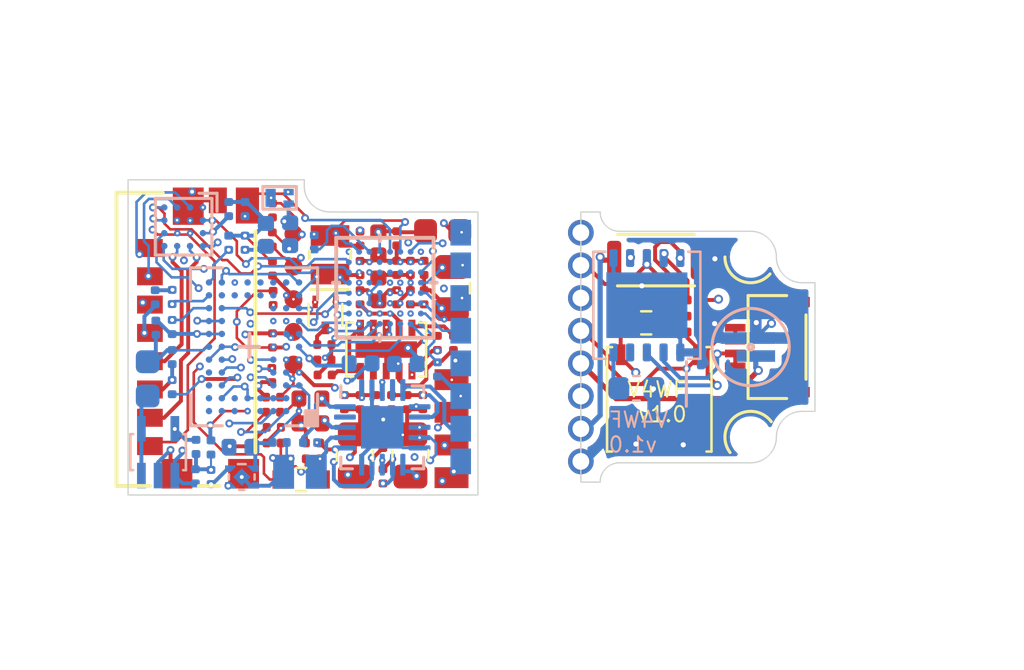
<source format=kicad_pcb>
(kicad_pcb (version 20240108) (generator "pcbnew") (generator_version "8.0")
  (layers (0 "F.Cu" signal) (1 "In1.Cu" signal) (2 "In2.Cu" signal) (3 "In3.Cu" signal) (4 "In4.Cu" signal) (31 "B.Cu" signal) (34 "B.Paste" user) (35 "F.Paste" user) (36 "B.SilkS" user "B.Silkscreen") (37 "F.SilkS" user "F.Silkscreen") (38 "B.Mask" user) (39 "F.Mask" user) (44 "Edge.Cuts" user))
  (net 0 "")
  (net 1 "Net-(Q2-Pad1)")
  (net 12 "Net-(R22-Pad1)")
  (net 21 "GND")
  (net 22 "/SD_DAT2")
  (net 23 "/SD_DAT3")
  (net 24 "/SD_DAT0")
  (net 25 "/SD_CMD")
  (net 26 "/SD_CLK")
  (net 27 "/SD_DAT1")
  (net 28 "/USB_VBUS")
  (net 29 "/SWCLK")
  (net 30 "/SWDIO")
  (net 31 "+1V8")
  (net 32 "/SPI1_MOSI")
  (net 33 "/SPI1_MISO")
  (net 34 "/SPI1_SCK")
  (net 35 "/SPI1_NSS")
  (net 36 "/SDMMC1_D0")
  (net 37 "/SDMMC1_D1")
  (net 38 "/SDMMC1_D3")
  (net 39 "/SDMMC1_CMD")
  (net 40 "/SDMMC1_D2")
  (net 41 "/SDMMC1_CK")
  (net 42 "+3V3")
  (net 43 "/EWL_1")
  (net 44 "/EWL_2")
  (net 45 "Net-(Q1-Pad3)")
  (net 46 "/LED_PWM")
  (net 47 "Net-(C16-Pad1)")
  (net 48 "VDC")
  (net 49 "Net-(C15-Pad2)")
  (net 50 "/ENT")
  (net 51 "Net-(C17-Pad1)")
  (net 52 "Net-(C15-Pad1)")
  (net 53 "/VDD_PIX")
  (net 54 "/VREF_BOTPLATE")
  (net 55 "Net-(C3-Pad2)")
  (net 56 "Net-(C4-Pad2)")
  (net 57 "Net-(C14-Pad1)")
  (net 58 "/VDDA")
  (net 59 "Net-(R1-Pad1)")
  (net 60 "Net-(D2-Pad1)")
  (net 61 "/I_SET")
  (net 62 "/LOCK_DETECT")
  (net 63 "/MONITOR2")
  (net 64 "/MONITOR1")
  (net 65 "/RESET_N")
  (net 66 "/TRIGGER0")
  (net 67 "/MONITOR0")
  (net 68 "/BAT+")
  (net 69 "Net-(L1-Pad1)")
  (net 70 "Net-(L2-Pad1)")
  (net 71 "/IR_REC")
  (net 80 "/XIN32")
  (net 81 "/XOUT32")
  (net 82 "/VDDCORE")
  (net 83 "/nRESET")
  (net 84 "Net-(L5-Pad2)")
  (net 85 "/CLK1_OUT")
  (net 86 "/PCC_CLK")
  (net 87 "/PCC_DEN2")
  (net 88 "/PCC_DATA0")
  (net 89 "/PCC_DEN1")
  (net 90 "/PCC_DATA1")
  (net 91 "/PCC_DATA3")
  (net 92 "/PCC_DATA2")
  (net 93 "/PCC_DATA5")
  (net 94 "/PCC_DATA4")
  (net 95 "/ADC0")
  (net 96 "/PCC_DATA7")
  (net 97 "/PCC_DATA6")
  (net 98 "Net-(L4-Pad1)")
  (net 99 "/I2C_BB_SDA")
  (net 100 "/I2C_BB_SCL")
  (net 101 "/I_LED")
  (net 102 "/UART_RX")
  (net 103 "/UART_TX")
  (net 104 "/SD_DET")
  (net 105 "/PUSH_BUT_MCU")
  (net 106 "Net-(R17-Pad1)")
  (net 107 "/nON")
  (net 108 "Net-(D3-Pad1)")
  (net 109 "/LED_STATUS")
  (net 110 "/3V3_EN")
  (net 112 "Net-(D2-Pad2)")
  (net 113 "/nCHRG")
  (footprint ".Connector:0475710001" (layer "F.Cu") (at 80.25 64.5 90)
    (property "Reference" "J1")
    (property "Value" "0475710001")
  )
  (footprint ".Connector:1x4_USB" (layer "F.Cu") (at 91.973 67.6719 90)
    (property "Reference" "J2")
    (property "Value" "DNP")
  )
  (footprint ".Capacitor:C_0402_1005Metric_L" (layer "F.Cu") (at 86.4882 67.468 180)
    (property "Reference" "C2")
    (property "Value" "10uF")
  )
  (footprint ".Capacitor:C_0201_0603Metric_L" (layer "F.Cu") (at 87.8074 66.6432 90)
    (property "Reference" "C3")
    (property "Value" "10pF")
  )
  (footprint ".Capacitor:C_0201_0603Metric_L" (layer "F.Cu") (at 90.857 66.6425 90)
    (property "Reference" "C4")
    (property "Value" "10pF")
  )
  (footprint ".Capacitor:C_0201_0603Metric_L" (layer "F.Cu") (at 89.3076 69.5254 90)
    (property "Reference" "C5")
    (property "Value" "2.2uF")
  )
  (footprint ".Capacitor:C_0201_0603Metric_L" (layer "F.Cu") (at 99.0828 62.6712)
    (property "Reference" "C12")
    (property "Value" "2.2uF")
  )
  (footprint ".Capacitor:C_0201_0603Metric_L" (layer "F.Cu") (at 91.4247 64.3398 90)
    (property "Reference" "C13")
    (property "Value" "2.2uF")
  )
  (footprint ".Capacitor:C_0201_0603Metric_L" (layer "F.Cu") (at 88.4186 62.5658 90)
    (property "Reference" "C17")
    (property "Value" "4.7uF")
  )
  (footprint ".Capacitor:C_0201_0603Metric_L" (layer "F.Cu") (at 85.0134 64.2422 90)
    (property "Reference" "C42")
    (property "Value" "0.1uF")
  )
  (footprint ".Capacitor:C_0201_0603Metric_L" (layer "F.Cu") (at 84.988 65.5884 90)
    (property "Reference" "C43")
    (property "Value" "0.1uF")
  )
  (footprint ".Capacitor:C_0201_0603Metric_L" (layer "F.Cu") (at 85.0388 62.5912 -90)
    (property "Reference" "C45")
    (property "Value" "0.1uF")
  )
  (footprint ".Capacitor:C_0201_0603Metric_L" (layer "F.Cu") (at 85.0134 61.4482 90)
    (property "Reference" "C46")
    (property "Value" "0.1uF")
  )
  (footprint ".Capacitor:C_0201_0603Metric_L" (layer "F.Cu") (at 85.0366 67.0322)
    (property "Reference" "C47")
    (property "Value" "0.1uF")
  )
  (footprint ".Resistor:R_0201_0603Metric_ERJ_L" (layer "F.Cu") (at 86.586 68.23 180)
    (property "Reference" "R1")
    (property "Value" "24.9k")
  )
  (footprint ".Resistor:R_0201_0603Metric_ERJ_L" (layer "F.Cu") (at 86.586 68.8434)
    (property "Reference" "R2")
    (property "Value" "1K8")
  )
  (footprint ".Resistor:R_0201_0603Metric_ERJ_L" (layer "F.Cu") (at 88.4186 66.6425 90)
    (property "Reference" "R3")
    (property "Value" "1.27M")
  )
  (footprint ".Resistor:R_0201_0603Metric_ERJ_L" (layer "F.Cu") (at 89.0266 66.6425 90)
    (property "Reference" "R5")
    (property "Value" "1M")
  )
  (footprint ".Resistor:R_0201_0603Metric_ERJ_L" (layer "F.Cu") (at 89.6378 66.6425 90)
    (property "Reference" "R6")
    (property "Value" "649k")
  )
  (footprint ".Resistor:R_0201_0603Metric_ERJ_L" (layer "F.Cu") (at 101.424 62.6712 180)
    (property "Reference" "R7")
    (property "Value" "2.2k")
  )
  (footprint ".Capacitor:C_0805_2012Metric_L" (layer "F.Cu") (at 90.3744 68.7126 90)
    (property "Reference" "L2")
    (property "Value" "4.7uH")
  )
  (footprint ".Capacitor:C_0201_0603Metric_L" (layer "F.Cu") (at 88.4186 61.4272 90)
    (property "Reference" "C18")
    (property "Value" "22pF")
  )
  (footprint ".Capacitor:C_0201_0603Metric_L" (layer "F.Cu") (at 90.9078 61.4228 90)
    (property "Reference" "C23")
    (property "Value" "0.1uF")
  )
  (footprint ".Capacitor:C_0201_0603Metric_L" (layer "F.Cu") (at 90.9078 62.5658 -90)
    (property "Reference" "C29")
    (property "Value" "4.7uF")
  )
  (footprint ".Capacitor:C_0201_0603Metric_L" (layer "F.Cu") (at 90.3744 61.4228 90)
    (property "Reference" "C19")
    (property "Value" "0.1uF")
  )
  (footprint ".Capacitor:C_0201_0603Metric_L" (layer "F.Cu") (at 89.841 62.5658 90)
    (property "Reference" "C22")
    (property "Value" "0.1uF")
  )
  (footprint ".Capacitor:C_0201_0603Metric_L" (layer "F.Cu") (at 90.3744 62.5658 -90)
    (property "Reference" "C25")
    (property "Value" "0.1uF")
  )
  (footprint ".Capacitor:C_0402_1005Metric_L" (layer "F.Cu") (at 89.1298 60.4708 -90)
    (property "Reference" "C26")
    (property "Value" "10uF")
  )
  (footprint ".Capacitor:C_0201_0603Metric_L" (layer "F.Cu") (at 89.841 61.4228 90)
    (property "Reference" "C28")
    (property "Value" "0.1uF")
  )
  (footprint ".Capacitor:C_0402_1005Metric_L" (layer "F.Cu") (at 89.1298 62.261 -90)
    (property "Reference" "C35")
    (property "Value" "10uF")
  )
  (footprint ".Inductor:L_0603_1608Metric_L" (layer "F.Cu") (at 91.6284 59.9884 180)
    (property "Reference" "L3")
    (property "Value" "BLM18PG471SN1D")
  )
  (footprint ".Resistor:R_0201_0603Metric_ERJ_L" (layer "F.Cu") (at 85.0134 59.18576 90)
    (property "Reference" "R11")
    (property "Value" "1K")
  )
  (footprint ".Resistor:R_0201_0603Metric_ERJ_L" (layer "F.Cu") (at 85.00832 60.3186 -90)
    (property "Reference" "R12")
    (property "Value" "DNP")
  )
  (footprint ".Resistor:R_0201_0603Metric_ERJ_L" (layer "F.Cu") (at 85.062 68.23 180)
    (property "Reference" "R13")
    (property "Value" "402k")
  )
  (footprint ".Resistor:R_0201_0603Metric_ERJ_L" (layer "F.Cu") (at 85.0658 67.6204 180)
    (property "Reference" "R14")
    (property "Value" "100K")
  )
  (footprint ".Connector:Conn_1x1_700_Circular_Pad" (layer "F.Cu") (at 103.6 68)
    (property "Reference" "Mount")
    (property "Value" "Conn_1x1_700_Circular_Pad")
  )
  (footprint ".Connector:Conn_1x1_700_Circular_Pad" (layer "F.Cu") (at 103.6 61)
    (property "Reference" "Mount")
    (property "Value" "Conn_1x1_700_Circular_Pad")
  )
  (footprint "Crystal:Crystal_SMD_MicroCrystal_CC8V-T1A-2Pin_2.0x1.2mm" (layer "F.Cu") (at 87.2502 60.9148 90)
    (property "Reference" "Y2")
    (property "Value" "XTAL 32.7680KHZ")
  )
  (footprint ".Capacitor:C_0805_2012Metric_L" (layer "F.Cu") (at 91.98824 62.20836 90)
    (property "Reference" "L5")
    (property "Value" "10uH")
  )
  (footprint ".Capacitor:C_0201_0603Metric_L" (layer "F.Cu") (at 88.4186 60.2842 90)
    (property "Reference" "C20")
    (property "Value" "22pF")
  )
  (footprint ".Capacitor:C_0402_1005Metric_L" (layer "F.Cu") (at 86.4882 66.5028 180)
    (property "Reference" "C1")
    (property "Value" "10uF")
  )
  (footprint ".Resistor:R_0201_0603Metric_ERJ_L" (layer "F.Cu") (at 90.2474 66.6425 90)
    (property "Reference" "R4")
    (property "Value" "2.05M")
  )
  (footprint ".Package_SON:SON_11_P50_300X200X80L40X25T239X64L" (layer "F.Cu") (at 89.4346 64.5978 180)
    (property "Reference" "U3")
    (property "Value" "LTC3218")
  )
  (footprint ".Transistor:TRXSOFL3P40_120X120X55L29X21L" (layer "F.Cu") (at 87.0724 63.2516 180)
    (property "Reference" "Q1")
    (property "Value" "NTK3134NT1G")
  )
  (footprint ".Capacitor:C_0201_0603Metric_L" (layer "F.Cu") (at 87.0305 65.0002 180)
    (property "Reference" "C14")
    (property "Value" "1uF")
  )
  (footprint ".Resistor:R_0201_0603Metric_ERJ_L" (layer "F.Cu") (at 87.0432 65.5844 180)
    (property "Reference" "R10")
    (property "Value" "2K")
  )
  (footprint ".Resistor:R_0201_0603Metric_ERJ_L" (layer "F.Cu") (at 87.0305 64.4033 180)
    (property "Reference" "R9")
    (property "Value" "8.2k")
  )
  (footprint ".Capacitor:C_0805_2012Metric_L" (layer "F.Cu") (at 88.2154 68.7126 90)
    (property "Reference" "L1")
    (property "Value" "10uH")
  )
  (footprint ".Connector:Conn_1x1_700_Circular_Pad" (layer "F.Cu") (at 85.8288 63.9118 -90)
    (property "Reference" "J5")
    (property "Value" "DNP")
  )
  (footprint ".Connector:Conn_1x1_700_Circular_Pad" (layer "F.Cu") (at 85.8288 60.1018 -90)
    (property "Reference" "J7")
    (property "Value" "DNP")
  )
  (footprint ".Connector:Conn_1x1_700_Circular_Pad" (layer "F.Cu") (at 85.8288 62.6418 -90)
    (property "Reference" "J6")
    (property "Value" "DNP")
  )
  (footprint ".Connector:Conn_1x1_700_Circular_Pad" (layer "F.Cu") (at 85.8288 65.1818 -90)
    (property "Reference" "J8")
    (property "Value" "DNP")
  )
  (footprint ".Connector:Conn_1x1_700_Circular_Pad" (layer "F.Cu") (at 85.8288 61.3718 -90)
    (property "Reference" "J4")
    (property "Value" "DNP")
  )
  (footprint ".Connector:Conn_1x1_700_Circular_Pad" (layer "F.Cu") (at 97 60.055 90)
    (property "Reference" "J21")
    (property "Value" "DNP")
  )
  (footprint ".Connector:Conn_1x1_700_Circular_Pad" (layer "F.Cu") (at 97 61.325 90)
    (property "Reference" "J22")
    (property "Value" "DNP")
  )
  (footprint ".Connector:Conn_1x1_700_Circular_Pad" (layer "F.Cu") (at 97 63.865 90)
    (property "Reference" "J24")
    (property "Value" "DNP")
  )
  (footprint ".Connector:Conn_1x1_700_Circular_Pad" (layer "F.Cu") (at 97 65.135 90)
    (property "Reference" "J25")
    (property "Value" "DNP")
  )
  (footprint ".Connector:Conn_1x1_700_Circular_Pad" (layer "F.Cu") (at 97 66.405 90)
    (property "Reference" "J26")
    (property "Value" "DNP")
  )
  (footprint ".Connector:Conn_1x1_700_Circular_Pad" (layer "F.Cu") (at 97 67.675 90)
    (property "Reference" "J27")
    (property "Value" "DNP")
  )
  (footprint ".Resistor:R_0201_0603Metric_ERJ_L" (layer "F.Cu") (at 100.2258 62.6712 180)
    (property "Reference" "R8")
    (property "Value" "2.2k")
  )
  (footprint ".Connector:Conn_1x1_700_Circular_Pad" (layer "F.Cu") (at 97 62.595 90)
    (property "Reference" "J23")
    (property "Value" "DNP")
  )
  (footprint ".Connector:FH19C-4S-0.5SH(10)" (layer "F.Cu") (at 103 64.5 90)
    (property "Reference" "J3")
    (property "Value" "Conn_01x04")
  )
  (footprint ".Package_SON:SON_4_P300_395X395X90L55X35L" (layer "F.Cu") (at 100.048 66.532 180)
    (property "Reference" "U5")
    (property "Value" "TSOP57438TT1")
  )
  (footprint ".Resistor:R_0201_0603Metric_ERJ_L" (layer "F.Cu") (at 101.4196 63.9158)
    (property "Reference" "R15")
    (property "Value" "37.4k")
  )
  (footprint ".Connector:Conn_1x1_700_Circular_Pad" (layer "F.Cu") (at 97 68.945)
    (property "Reference" "J12")
    (property "Value" "DNP")
  )
  (footprint ".Resistor:R_0201_0603Metric_ERJ_L" (layer "F.Cu") (at 101.4196 63.3 180)
    (property "Reference" "R18")
    (property "Value" "1k8")
  )
  (footprint ".Switch:SMD-Switch-3mmx2mm" (layer "F.Cu") (at 99.921 61.1218 180)
    (property "Reference" "SW1")
    (property "Value" "TL3780AF330QG")
  )
  (footprint ".LED:LED_SC80X160X65L40L" (layer "F.Cu") (at 99.54 63.5602)
    (property "Reference" "D3")
    (property "Value" "LTST-C191KEKT")
  )
  (footprint ".LED:LED_SC80X160X65L40L" (layer "F.Cu") (at 86.1288 69.6484 180)
    (property "Reference" "D2")
    (property "Value" "LTST-C191KEKT")
  )
  (footprint ".Capacitor:C_0201_0603Metric_L" (layer "F.Cu") (at 89.841 60.2754 -90)
    (property "Reference" "C24")
    (property "Value" "0.1uF")
  )
  (footprint ".Capacitor:C_0201_0603Metric_L" (layer "F.Cu") (at 92.047 64.3398 -90)
    (property "Reference" "C15")
    (property "Value" "2.2uF")
  )
  (footprint ".Resistor:R_0201_0603Metric_ERJ_L" (layer "F.Cu") (at 89.3038 68.1498 90)
    (property "Reference" "R20")
    (property "Value" "100K")
  )
  (footprint "Custom:R_0201_0603Metric_ERJ_L" (layer "F.Cu") (at 85.0366 66.448)
    (property "Reference" "R21" (hide yes))
    (property "Value" "10K")
  )
  (footprint ".LED:LED_LXZ1_PR01_L" (layer "B.Cu") (at 103.8 64.5 90)
    (property "Reference" "D1")
    (property "Value" "LXZ1-PR01")
  )
  (footprint ".Capacitor:C_0402_1005Metric_L" (layer "B.Cu") (at 88.4384 65.134 180)
    (property "Reference" "C6")
    (property "Value" "10uF")
  )
  (footprint ".Capacitor:C_0402_1005Metric_L" (layer "B.Cu") (at 90.191 65.1594)
    (property "Reference" "C7")
    (property "Value" "10uF")
  )
  (footprint ".Capacitor:C_0201_0603Metric_L" (layer "B.Cu") (at 83.3115 59.1375 90)
    (property "Reference" "C9")
    (property "Value" "0.1uF")
  )
  (footprint ".Capacitor:C_0201_0603Metric_L" (layer "B.Cu") (at 83.9465 59.1375 90)
    (property "Reference" "C10")
    (property "Value" "0.1uF")
  )
  (footprint ".Capacitor:C_0201_0603Metric_L" (layer "B.Cu") (at 80.4541 62.5665 90)
    (property "Reference" "C11")
    (property "Value" "2.2uF")
  )
  (footprint ".Capacitor:C_0603_1608Metric_L" (layer "B.Cu") (at 99.159 66.1002)
    (property "Reference" "C16")
    (property "Value" "4.7nF 100V")
  )
  (footprint ".Capacitor:C_0201_0603Metric_L" (layer "B.Cu") (at 82.0162 69.5254 90)
    (property "Reference" "C27")
    (property "Value" "0.1uF")
  )
  (footprint ".Capacitor:C_0201_0603Metric_L" (layer "B.Cu") (at 80.4795 63.7476 90)
    (property "Reference" "C36")
    (property "Value" "4.7uF")
  )
  (footprint ".Capacitor:C_0201_0603Metric_L" (layer "B.Cu") (at 83.3115 60.4456 90)
    (property "Reference" "C38")
    (property "Value" "0.1uF")
  )
  (footprint ".Capacitor:C_0201_0603Metric_L" (layer "B.Cu") (at 83.9465 60.4456 90)
    (property "Reference" "C41")
    (property "Value" "0.1uF")
  )
  (footprint ".Capacitor:C_0201_0603Metric_L" (layer "B.Cu") (at 85.2906 68.2084)
    (property "Reference" "C48")
    (property "Value" "0.1uF")
  )
  (footprint ".Capacitor:C_0402_1005Metric_L" (layer "B.Cu") (at 84.7593 60.1408 90)
    (property "Reference" "C50")
    (property "Value" "10uF")
  )
  (footprint ".Capacitor:C_0402_1005Metric_L" (layer "B.Cu") (at 85.6991 60.1154 90)
    (property "Reference" "C52")
    (property "Value" "10uF")
  )
  (footprint ".Inductor:L_0603_1608Metric_L" (layer "B.Cu") (at 80.162 65.7362 90)
    (property "Reference" "L4")
    (property "Value" "BLM18PG471SN1D")
  )
  (footprint ".Package_BGA:BGA88CP50_8X11_493X613X75B25" (layer "B.Cu") (at 84.296 64.4896 90)
    (property "Reference" "U8")
    (property "Value" "NOIP1SN0480A-STI")
  )
  (footprint ".Connector:Conn_1x1_700_Circular_Pad" (layer "B.Cu") (at 85.4468 69.3476)
    (property "Reference" "J9")
    (property "Value" "DNP")
  )
  (footprint ".Connector:Conn_1x1_700_Circular_Pad" (layer "B.Cu") (at 86.7168 69.3476)
    (property "Reference" "J10")
    (property "Value" "DNP")
  )
  (footprint ".Capacitor:C_0201_0603Metric_L" (layer "B.Cu") (at 82.0416 68.3824 -90)
    (property "Reference" "C30")
    (property "Value" "0.1uF")
  )
  (footprint "Package_BGA:BGA-16_1.92x1.92mm_Layout4x4_P0.5mm" (layer "B.Cu") (at 81.559 59.8233 180)
    (property "Reference" "U4")
    (property "Value" "MAX13030EEBE+T")
  )
  (footprint ".Package_SOT:SOT_23-5P65_210X110L36X22L" (layer "B.Cu") (at 80.5684 68.5856 180)
    (property "Reference" "U9")
    (property "Value" "LMV321IDCKR")
  )
  (footprint ".Capacitor:C_0201_0603Metric_L" (layer "B.Cu") (at 82.6258 69.5508 90)
    (property "Reference" "C37")
    (property "Value" "1uF")
  )
  (footprint ".Capacitor:C_0402_1005Metric_L" (layer "B.Cu") (at 83.7688 68.3824 180)
    (property "Reference" "C51")
    (property "Value" "10uF")
  )
  (footprint ".Package_QFN:UQFN_MCP1711" (layer "B.Cu") (at 83.8196 69.5508 -90)
    (property "Reference" "U7")
    (property "Value" "NCP163AMX330TBG")
  )
  (footprint ".Package_BGA:ATSAMD51J20A-UUT-EFP" (layer "B.Cu") (at 89.3822 62.1982 90)
    (property "Reference" "U6")
    (property "Value" "ATSAMD51J20A")
  )
  (footprint "Package_DFN_QFN:QFN-20-1EP_3x3mm_P0.4mm_EP1.65x1.65mm" (layer "B.Cu") (at 89.2806 67.6211 -90)
    (property "Reference" "U1")
    (property "Value" "LTC3554")
  )
  (footprint ".Connector:Conn_1x1_700_Circular_Pad" (layer "B.Cu") (at 92.3302 60.055 -90)
    (property "Reference" "J14")
    (property "Value" "DNP")
  )
  (footprint ".Connector:Conn_1x1_700_Circular_Pad" (layer "B.Cu") (at 92.3302 61.325 -90)
    (property "Reference" "J15")
    (property "Value" "DNP")
  )
  (footprint ".Connector:Conn_1x1_700_Circular_Pad" (layer "B.Cu") (at 92.3302 62.595 -90)
    (property "Reference" "J16")
    (property "Value" "DNP")
  )
  (footprint ".Connector:Conn_1x1_700_Circular_Pad" (layer "B.Cu") (at 92.3302 63.865 -90)
    (property "Reference" "J17")
    (property "Value" "DNP")
  )
  (footprint ".Connector:Conn_1x1_700_Circular_Pad" (layer "B.Cu") (at 92.3302 65.135 -90)
    (property "Reference" "J18")
    (property "Value" "DNP")
  )
  (footprint ".Connector:Conn_1x1_700_Circular_Pad" (layer "B.Cu") (at 92.3302 66.405 -90)
    (property "Reference" "J19")
    (property "Value" "DNP")
  )
  (footprint ".Connector:Conn_1x1_700_Circular_Pad" (layer "B.Cu") (at 92.3302 67.675 -90)
    (property "Reference" "J20")
    (property "Value" "DNP")
  )
  (footprint ".Package_SON:SON11P65_400X400X80L40X30T315X255L" (layer "B.Cu") (at 99.5654 62.8744)
    (property "Reference" "U2")
    (property "Value" "HV892")
  )
  (footprint ".Capacitor:C_0201_0603Metric_L" (layer "B.Cu") (at 81.1144 62.5538 90)
    (property "Reference" "C44")
    (property "Value" "0.1uF")
  )
  (footprint ".Capacitor:C_0201_0603Metric_L" (layer "B.Cu") (at 81.1144 66.059 90)
    (property "Reference" "C40")
    (property "Value" "0.1uF")
  )
  (footprint ".Capacitor:C_0201_0603Metric_L" (layer "B.Cu") (at 81.1144 64.8906 -90)
    (property "Reference" "C53")
    (property "Value" "0.1uF")
  )
  (footprint ".Capacitor:C_0201_0603Metric_L" (layer "B.Cu") (at 81.1145 63.7222 -90)
    (property "Reference" "C49")
    (property "Value" "0.1uF")
  )
  (footprint ".Resistor:R_0201_0603Metric_ERJ_L" (layer "B.Cu") (at 91.4247 65.3685 90)
    (property "Reference" "R16")
    (property "Value" "100K")
  )
  (footprint ".Resistor:R_0201_0603Metric_ERJ_L" (layer "B.Cu") (at 86.4761 68.2133 180)
    (property "Reference" "R17")
    (property "Value" "24.9k")
  )
  (footprint ".Connector:Conn_1x1_700_Circular_Pad" (layer "B.Cu") (at 92.3302 68.945)
    (property "Reference" "J11")
    (property "Value" "DNP")
  )
  (footprint ".Resistor:R_0201_0603Metric_ERJ_L" (layer "B.Cu") (at 86.6368 60.4282 -90)
    (property "Reference" "R19")
    (property "Value" "1K")
  )
  (footprint ".Transistor:TRXDFN3_101X61X53L25X15N" (layer "B.Cu") (at 85.2906 58.701 180)
    (property "Reference" "Q2")
    (property "Value" "MMBT3904LP-7B")
  )
  (footprint "Custom:R_0201_0603Metric_ERJ_L" (layer "B.Cu") (at 82.6236 68.4038 -90)
    (property "Reference" "R22")
    (property "Value" "47k5")
  )
  (gr_circle (center 103.6 64.5) (end 103.6 66) (stroke (width 0.12)) (fill none) (layer "B.SilkS"))
  (gr_line (start 101.1042 65.0684) (end 101.1 66.8) (stroke (width 0.12)) (layer "B.SilkS"))
  (gr_arc (start 104.352577 61.658505) (mid 103.248273 61.936103) (end 102.6 61) (stroke (width 0.12)) (layer "F.SilkS"))
  (gr_arc (start 102.800001 68.6) (mid 103 67.200001) (end 104.399999 67.4) (stroke (width 0.12)) (layer "F.SilkS"))
  (gr_line (start 93 59.25) (end 87.25 59.25) (stroke (width 0.05)) (layer "Edge.Cuts"))
  (gr_line (start 97.75 59.25) (end 97 59.25) (stroke (width 0.05)) (layer "Edge.Cuts"))
  (gr_line (start 105.6 67) (end 106.1 67) (stroke (width 0.05)) (layer "Edge.Cuts"))
  (gr_arc (start 103.6 60) (mid 104.307107 60.292893) (end 104.6 61) (stroke (width 0.05)) (layer "Edge.Cuts"))
  (gr_arc (start 105.6 62) (mid 104.892893 61.707107) (end 104.6 61) (stroke (width 0.05)) (layer "Edge.Cuts"))
  (gr_line (start 105.6 62) (end 106.1 62) (stroke (width 0.05)) (layer "Edge.Cuts"))
  (gr_line (start 98.5 69) (end 103.6 69) (stroke (width 0.05)) (layer "Edge.Cuts"))
  (gr_line (start 93 70.25) (end 93 59.25) (stroke (width 0.05)) (layer "Edge.Cuts"))
  (gr_line (start 86.25 58) (end 85.4 58) (stroke (width 0.05)) (layer "Edge.Cuts"))
  (gr_line (start 86.25 58) (end 86.25 58.25) (stroke (width 0.05)) (layer "Edge.Cuts"))
  (gr_arc (start 104.6 68) (mid 104.892893 67.292893) (end 105.6 67) (stroke (width 0.05)) (layer "Edge.Cuts"))
  (gr_arc (start 98.5 60) (mid 97.96967 59.78033) (end 97.75 59.25) (stroke (width 0.05)) (layer "Edge.Cuts"))
  (gr_arc (start 104.6 68) (mid 104.307107 68.707107) (end 103.6 69) (stroke (width 0.05)) (layer "Edge.Cuts"))
  (gr_line (start 93 59.25) (end 93 59.25) (stroke (width 0.05)) (layer "Edge.Cuts"))
  (gr_line (start 79.4 70.25) (end 93 70.25) (stroke (width 0.05)) (layer "Edge.Cuts"))
  (gr_line (start 79.4 58) (end 85.4 58) (stroke (width 0.05)) (layer "Edge.Cuts"))
  (gr_line (start 97 59.25) (end 97 69.75) (stroke (width 0.05)) (layer "Edge.Cuts"))
  (gr_arc (start 87.25 59.25) (mid 86.542893 58.957107) (end 86.25 58.25) (stroke (width 0.05)) (layer "Edge.Cuts"))
  (gr_line (start 79.4 58) (end 79.4 70.25) (stroke (width 0.05)) (layer "Edge.Cuts"))
  (gr_line (start 97 69.75) (end 97.75 69.75) (stroke (width 0.05)) (layer "Edge.Cuts"))
  (gr_arc (start 97.75 69.75) (mid 97.96967 69.21967) (end 98.5 69) (stroke (width 0.05)) (layer "Edge.Cuts"))
  (gr_line (start 103.6 60) (end 98.5 60) (stroke (width 0.05)) (layer "Edge.Cuts"))
  (gr_line (start 106.1 62) (end 106.1 67) (stroke (width 0.05)) (layer "Edge.Cuts"))
  (gr_text "V4WF \nv1.0" (at 99.0198 67.8116 0) (layer "B.SilkS") (effects (font (size 0.6 0.6) (thickness 0.08)) (justify mirror)))
  (gr_text "V4WF \nv1.0" (at 100.175 66.6336 0) (layer "F.SilkS") (effects (font (size 0.6 0.6) (thickness 0.08))))
  (via micro (at 85.6208 58.4724) (size 0.254) (drill 0.1016) (layers "In4.Cu" "B.Cu") (net 1))
  (via micro (at 86.63016 60.112368) (size 0.254) (drill 0.1016) (layers "In4.Cu" "B.Cu") (net 1))
  (segment (start 86.6368 60.1532) (end 86.6368 60.119008) (width 0.1016) (layer "B.Cu") (net 1))
  (segment (start 86.6368 60.119008) (end 86.63016 60.112368) (width 0.1016) (layer "B.Cu") (net 1))
  (segment (start 85.6406 58.476) (end 85.6244 58.476) (width 0.1016) (layer "B.Cu") (net 1))
  (segment (start 85.6244 58.476) (end 85.6208 58.4724) (width 0.1016) (layer "B.Cu") (net 1))
  (segment (start 83.1488 66.9896) (end 84.046 66.9896) (width 0.1016) (layer "F.Cu") (net 12))
  (segment (start 82.5982 67.5402) (end 83.1488 66.9896) (width 0.1016) (layer "F.Cu") (net 12))
  (via micro (at 84.046 66.9896) (size 0.254) (drill 0.1016) (layers "F.Cu" "B.Cu") (net 12))
  (via micro (at 82.5982 67.5402) (size 0.3048) (drill 0.1524) (layers "F.Cu" "B.Cu") (net 12))
  (segment (start 82.5982 68.1034) (end 82.5982 67.5402) (width 0.1524) (layer "B.Cu") (net 12))
  (segment (start 82.6236 68.1288) (end 82.5982 68.1034) (width 0.0762) (layer "B.Cu") (net 12))
  (segment (start 85.3116 67.0322) (end 85.5138 67.0322) (width 0.1016) (layer "F.Cu") (net 21))
  (segment (start 89.4346 64.5978) (end 90.3746 64.5978) (width 0.1524) (layer "F.Cu") (net 21))
  (segment (start 89.841 62.2908) (end 89.545 62.2908) (width 0.1524) (layer "F.Cu") (net 21))
  (segment (start 90.9078 61.1478) (end 90.3744 61.1478) (width 0.1524) (layer "F.Cu") (net 21))
  (segment (start 85.5138 67.0322) (end 86.0432 66.5028) (width 0.1016) (layer "F.Cu") (net 21))
  (segment (start 88.4186 61.1522) (end 88.8934 61.1522) (width 0.1524) (layer "F.Cu") (net 21))
  (segment (start 84.7908 67.6204) (end 84.0535 68.3577) (width 0.1524) (layer "F.Cu") (net 21))
  (segment (start 85.0134 61.1732) (end 84.9491 61.1732) (width 0.1016) (layer "F.Cu") (net 21))
  (segment (start 85.7734 63.9672) (end 85.8288 63.9118) (width 0.1524) (layer "F.Cu") (net 21))
  (segment (start 86.311 67.7358) (end 86.0432 67.468) (width 0.1524) (layer "F.Cu") (net 21))
  (segment (start 101.6946 63.3) (end 101.91 63.3) (width 0.1524) (layer "F.Cu") (net 21))
  (segment (start 89.545 62.2908) (end 89.1298 62.706) (width 0.1524) (layer "F.Cu") (net 21))
  (segment (start 85.9968 66.4564) (end 86.0432 66.5028) (width 0.1524) (layer "F.Cu") (net 21))
  (segment (start 89.1289 64.5978) (end 89.4346 64.5978) (width 0.1524) (layer "F.Cu") (net 21))
  (segment (start 90.3744 62.8408) (end 90.9078 62.8408) (width 0.1524) (layer "F.Cu") (net 21))
  (segment (start 99.3578 62.1322) (end 99.37 62.12) (width 0.1524) (layer "F.Cu") (net 21))
  (segment (start 85.0388 62.8662) (end 85.0422 62.8662) (width 0.1524) (layer "F.Cu") (net 21))
  (segment (start 84.0535 68.3577) (end 83.3497 68.3577) (width 0.1524) (layer "F.Cu") (net 21))
  (segment (start 84.988 65.3134) (end 84.99 65.3134) (width 0.1524) (layer "F.Cu") (net 21))
  (segment (start 80.25 66.15) (end 80.7441 66.15) (width 0.1524) (layer "F.Cu") (net 21))
  (segment (start 89.6378 66.9175) (end 89.6378 66.9972) (width 0.1524) (layer "F.Cu") (net 21))
  (segment (start 86.311 68.23) (end 86.311 67.7358) (width 0.1524) (layer "F.Cu") (net 21))
  (segment (start 86.6724 62.754) (end 86.6754 62.757) (width 0.1524) (layer "F.Cu") (net 21))
  (segment (start 88.9346 64.7921) (end 89.1289 64.5978) (width 0.1524) (layer "F.Cu") (net 21))
  (segment (start 89.2916 69.2594) (end 89.698 68.853) (width 0.1524) (layer "F.Cu") (net 21))
  (segment (start 84.99 65.3134) (end 84.999 65.3224) (width 0.1524) (layer "F.Cu") (net 21))
  (segment (start 89.8414 62.2908) (end 89.8504 62.2998) (width 0.1524) (layer "F.Cu") (net 21))
  (segment (start 99.137 68.267) (end 99.14 68.27) (width 0.1524) (layer "F.Cu") (net 21))
  (segment (start 88.7146 62.2908) (end 89.1298 62.706) (width 0.1524) (layer "F.Cu") (net 21))
  (segment (start 85.0134 63.9672) (end 85.7734 63.9672) (width 0.1524) (layer "F.Cu") (net 21))
  (segment (start 80.7441 66.15) (end 81.1145 65.7796) (width 0.1524) (layer "F.Cu") (net 21))
  (segment (start 86.7555 64.9961) (end 86.7516 64.9922) (width 0.1524) (layer "F.Cu") (net 21))
  (segment (start 89.0266 66.9175) (end 89.0266 67.0242) (width 0.1524) (layer "F.Cu") (net 21))
  (segment (start 88.9346 65.4378) (end 88.9346 64.7921) (width 0.1524) (layer "F.Cu") (net 21))
  (segment (start 86.6724 62.7466) (end 86.6724 62.754) (width 0.1016) (layer "F.Cu") (net 21))
  (segment (start 85.0422 62.8662) (end 85.0498 62.8586) (width 0.1524) (layer "F.Cu") (net 21))
  (segment (start 89.841 61.1478) (end 89.3618 61.1478) (width 0.1524) (layer "F.Cu") (net 21))
  (segment (start 89.3618 61.1478) (end 89.1298 60.9158) (width 0.1524) (layer "F.Cu") (net 21))
  (segment (start 89.3006 69.2504) (end 89.2916 69.2594) (width 0.1016) (layer "F.Cu") (net 21))
  (segment (start 84.000807 63.9672) (end 83.957611 64.010396) (width 0.1524) (layer "F.Cu") (net 21))
  (segment (start 81.3 69.425) (end 81.051 69.176) (width 0.1524) (layer "F.Cu") (net 21))
  (segment (start 101.91 63.3) (end 102.2 63.59) (width 0.1524) (layer "F.Cu") (net 21))
  (segment (start 89.4346 65.4378) (end 89.4346 64.5978) (width 0.1524) (layer "F.Cu") (net 21))
  (segment (start 86.5056 65.0002) (end 86.4468 64.9414) (width 0.1016) (layer "F.Cu") (net 21))
  (segment (start 88.4186 62.2908) (end 88.7146 62.2908) (width 0.1524) (layer "F.Cu") (net 21))
  (segment (start 90.3746 64.5978) (end 90.4341 64.6573) (width 0.1524) (layer "F.Cu") (net 21))
  (segment (start 81.051 69.176) (end 81.051 68.4974) (width 0.1524) (layer "F.Cu") (net 21))
  (segment (start 86.7555 65.0002) (end 86.7555 64.9961) (width 0.1524) (layer "F.Cu") (net 21))
  (segment (start 101.546 61.1218) (end 102.1582 61.1218) (width 0.1524) (layer "F.Cu") (net 21))
  (segment (start 90.3744 61.1478) (end 89.841 61.1478) (width 0.1524) (layer "F.Cu") (net 21))
  (segment (start 82.89 58.8) (end 81.965 58.8) (width 0.1524) (layer "F.Cu") (net 21))
  (segment (start 89.3076 69.2504) (end 89.3006 69.2504) (width 0.1016) (layer "F.Cu") (net 21))
  (segment (start 102.1582 61.1218) (end 102.21 61.07) (width 0.1524) (layer "F.Cu") (net 21))
  (segment (start 85.0134 63.9672) (end 84.000807 63.9672) (width 0.1524) (layer "F.Cu") (net 21))
  (segment (start 81.965 58.8) (end 81.74 59.025) (width 0.1524) (layer "F.Cu") (net 21))
  (segment (start 89.841 62.2908) (end 89.8414 62.2908) (width 0.1524) (layer "F.Cu") (net 21))
  (segment (start 88.8934 61.1522) (end 89.1298 60.9158) (width 0.1524) (layer "F.Cu") (net 21))
  (segment (start 89.841 61.1478) (end 89.841 60.5504) (width 0.1524) (layer "F.Cu") (net 21))
  (segment (start 91.0266 64.0648) (end 90.4341 64.6573) (width 0.1524) (layer "F.Cu") (net 21))
  (segment (start 84.9491 61.1732) (end 83.9465 60.1706) (width 0.1016) (layer "F.Cu") (net 21))
  (segment (start 89.0266 67.0242) (end 89.3187 67.3163) (width 0.1524) (layer "F.Cu") (net 21))
  (segment (start 91.4247 64.0648) (end 91.0266 64.0648) (width 0.1524) (layer "F.Cu") (net 21))
  (segment (start 98.548 68.267) (end 99.137 68.267) (width 0.1524) (layer "F.Cu") (net 21))
  (segment (start 101.013 68.267) (end 100.98 68.3) (width 0.1524) (layer "F.Cu") (net 21))
  (segment (start 89.6378 66.9972) (end 89.3187 67.3163) (width 0.1524) (layer "F.Cu") (net 21))
  (segment (start 86.7555 65.0002) (end 86.5056 65.0002) (width 0.1016) (layer "F.Cu") (net 21))
  (segment (start 86.0432 66.5028) (end 86.0432 67.468) (width 0.1524) (layer "F.Cu") (net 21))
  (segment (start 99.3578 62.6712) (end 99.3578 62.1322) (width 0.1524) (layer "F.Cu") (net 21))
  (segment (start 101.6946 63.9158) (end 101.8742 63.9158) (width 0.1524) (layer "F.Cu") (net 21))
  (segment (start 101.548 68.267) (end 101.013 68.267) (width 0.1524) (layer "F.Cu") (net 21))
  (segment (start 101.8742 63.9158) (end 102.2 63.59) (width 0.1524) (layer "F.Cu") (net 21))
  (via micro (at 85.0498 62.8586) (size 0.254) (drill 0.1016) (layers "F.Cu" "In1.Cu") (net 21))
  (via (at 86.131 67.5449) (size 0.3048) (drill 0.1524) (layers "F.Cu" "B.Cu") (net 21))
  (via (at 83.21 61.5378) (size 0.3048) (drill 0.1524) (layers "F.Cu" "B.Cu") (net 21))
  (via (at 81.051 68.4974) (size 0.3048) (drill 0.1524) (layers "F.Cu" "B.Cu") (net 21))
  (via (at 83.9465 60.1706) (size 0.3048) (drill 0.1524) (layers "F.Cu" "B.Cu") (net 21))
  (via (at 102.2 63.59) (size 0.35) (drill 0.2) (layers "F.Cu" "B.Cu") (net 21))
  (via (at 83.8196 69.5515) (size 0.3048) (drill 0.1524) (layers "F.Cu" "B.Cu") (net 21))
  (via (at 100.98 68.3) (size 0.35) (drill 0.2) (layers "F.Cu" "B.Cu") (net 21))
  (via (at 85.474133 59.612893) (size 0.3048) (drill 0.1524) (layers "F.Cu" "B.Cu") (net 21))
  (via micro (at 89.1298 60.9158) (size 0.254) (drill 0.1016) (layers "F.Cu" "In1.Cu") (net 21))
  (via (at 82.0902 63.4762) (size 0.3048) (drill 0.1524) (layers "F.Cu" "B.Cu") (net 21))
  (via (at 88.417 59.963) (size 0.3048) (drill 0.1524) (layers "F.Cu" "B.Cu") (net 21))
  (via micro (at 84.999 65.3224) (size 0.254) (drill 0.1016) (layers "F.Cu" "In1.Cu") (net 21))
  (via (at 102.21 61.07) (size 0.35) (drill 0.2) (layers "F.Cu" "B.Cu") (net 21))
  (via (at 85.0322 68.8102) (size 0.3048) (drill 0.1524) (layers "F.Cu" "B.Cu") (net 21))
  (via (at 82.0797 63.9889) (size 0.3048) (drill 0.1524) (layers "F.Cu" "B.Cu") (net 21))
  (via (at 103.82 63.55) (size 0.35) (drill 0.2) (layers "F.Cu" "B.Cu") (net 21))
  (via (at 83.3497 68.3577) (size 0.3048) (drill 0.1524) (layers "F.Cu" "B.Cu") (net 21))
  (via (at 82.6258 69.2758) (size 0.3048) (drill 0.1524) (layers "F.Cu" "B.Cu") (net 21))
  (via (at 81.8892 58.4644) (size 0.3048) (drill 0.1524) (layers "F.Cu" "B.Cu") (net 21))
  (via (at 83.9322 66.0336) (size 0.3048) (drill 0.1524) (layers "F.Cu" "B.Cu") (net 21))
  (via (at 99.37 62.12) (size 0.35) (drill 0.2) (layers "F.Cu" "B.Cu") (net 21))
  (via micro (at 89.698 68.853) (size 0.254) (drill 0.1016) (layers "F.Cu" "In1.Cu") (net 21))
  (via micro (at 89.8504 62.2998) (size 0.254) (drill 0.1016) (layers "F.Cu" "In1.Cu") (net 21))
  (via (at 85.7224 68.8356) (size 0.3048) (drill 0.1524) (layers "F.Cu" "B.Cu") (net 21))
  (via micro (at 90.9078 62.8408) (size 0.254) (drill 0.1016) (layers "F.Cu" "In1.Cu") (net 21))
  (via (at 91.6152 69.707) (size 0.3048) (drill 0.1524) (layers "F.Cu" "B.Cu") (net 21))
  (via (at 89.3187 67.3163) (size 0.3048) (drill 0.1524) (layers "F.Cu" "B.Cu") (net 21))
  (via (at 86.4468 64.9414) (size 0.3048) (drill 0.1524) (layers "F.Cu" "B.Cu") (net 21))
  (via (at 104.41 63.58) (size 0.35) (drill 0.2) (layers "F.Cu" "B.Cu") (net 21))
  (via (at 99.8194 66.1256) (size 0.35) (drill 0.2) (layers "F.Cu" "B.Cu") (net 21))
  (via (at 90.2822 64.535) (size 0.3048) (drill 0.1524) (layers "F.Cu" "B.Cu") (net 21))
  (via (at 92.0602 69.3356) (size 0.3048) (drill 0.1524) (layers "F.Cu" "B.Cu") (net 21))
  (via (at 83.556203 64.504598) (size 0.3048) (drill 0.1524) (layers "F.Cu" "B.Cu") (net 21))
  (via (at 81.1272 62.2744) (size 0.3048) (drill 0.1524) (layers "F.Cu" "B.Cu") (net 21))
  (via (at 83.957611 64.010396) (size 0.3048) (drill 0.1524) (layers "F.Cu" "B.Cu") (net 21))
  (via micro (at 86.6724 62.754) (size 0.254) (drill 0.1016) (layers "F.Cu" "In1.Cu") (net 21))
  (via (at 81.5717 61.1314) (size 0.3048) (drill 0.1524) (layers "F.Cu" "B.Cu") (net 21))
  (via (at 99.14 68.27) (size 0.35) (drill 0.2) (layers "F.Cu" "B.Cu") (net 21))
  (via (at 81.1145 65.7796) (size 0.3048) (drill 0.1524) (layers "F.Cu" "B.Cu") (net 21))
  (via micro (at 81.3177 60.0773) (size 0.254) (drill 0.1016) (layers "In4.Cu" "B.Cu") (net 21))
  (via micro (at 90.3822 63.1982) (size 0.254) (drill 0.1016) (layers "In4.Cu" "B.Cu") (net 21))
  (via micro (at 88.7822 62.3982) (size 0.254) (drill 0.1016) (layers "In4.Cu" "B.Cu") (net 21))
  (via micro (at 89.9822 62.3982) (size 0.254) (drill 0.1016) (layers "In4.Cu" "B.Cu") (net 21))
  (segment (start 82.6258 69.2758) (end 82.6258 69.2758) (width 0.1524) (layer "B.Cu") (net 21))
  (segment (start 85.7224 68.8356) (end 85.5656 69.2288) (width 0.1524) (layer "B.Cu") (net 21))
  (segment (start 85.6991 59.6704) (end 85.53164 59.6704) (width 0.1016) (layer "B.Cu") (net 21))
  (segment (start 98.2654 61.5744) (end 99.5654 62.8744) (width 0.1524) (layer "B.Cu") (net 21))
  (segment (start 86.046 61.9896) (end 86.0096 61.9896) (width 0.1016) (layer "B.Cu") (net 21))
  (segment (start 87.9934 65.134) (end 87.9934 64.9967) (width 0.1524) (layer "B.Cu") (net 21))
  (segment (start 83.336969 61.664769) (end 83.21 61.5378) (width 0.1016) (layer "B.Cu") (net 21))
  (segment (start 82.0797 63.9889) (end 81.1228 63.9889) (width 0.1524) (layer "B.Cu") (net 21))
  (segment (start 85.684769 61.664769) (end 83.336969 61.664769) (width 0.1016) (layer "B.Cu") (net 21))
  (segment (start 89.011928 68.1926) (end 89.306 68.1926) (width 0.1524) (layer "B.Cu") (net 21))
  (segment (start 82.0804 63.9896) (end 82.0797 63.9889) (width 0.1524) (layer "B.Cu") (net 21))
  (segment (start 86.0096 61.9896) (end 85.684769 61.664769) (width 0.1016) (layer "B.Cu") (net 21))
  (segment (start 87.894599 65.220801) (end 86.726201 65.220801) (width 0.1524) (layer "B.Cu") (net 21))
  (segment (start 90.7306 68.4211) (end 90.0806 68.4211) (width 0.1016) (layer "B.Cu") (net 21))
  (segment (start 82.1036 63.4896) (end 82.0902 63.4762) (width 0.1016) (layer "B.Cu") (net 21))
  (segment (start 89.1822 61.9982) (end 88.7822 62.3982) (width 0.1016) (layer "B.Cu") (net 21))
  (segment (start 80.5684 68.98) (end 81.051 68.4974) (width 0.1524) (layer "B.Cu") (net 21))
  (segment (start 86.01724 66.01836) (end 86.046 65.9896) (width 0.1016) (layer "B.Cu") (net 21))
  (segment (start 83.046 63.9896) (end 82.0804 63.9896) (width 0.1016) (layer "B.Cu") (net 21))
  (segment (start 84.3446 69.8908) (end 84.9036 69.8908) (width 0.1524) (layer "B.Cu") (net 21))
  (segment (start 90.0806 68.4211) (end 89.2806 67.6211) (width 0.1016) (layer "B.Cu") (net 21))
  (segment (start 83.9465 60.1706) (end 84.2845 60.1706) (width 0.1524) (layer "B.Cu") (net 21))
  (segment (start 85.6406 58.926) (end 85.6406 59.6119) (width 0.1524) (layer "B.Cu") (net 21))
  (segment (start 83.046 66.4896) (end 83.502 66.0336) (width 0.1016) (layer "B.Cu") (net 21))
  (segment (start 88.8806 67.2211) (end 89.2806 67.6211) (width 0.1524) (layer "B.Cu") (net 21))
  (segment (start 81.0576 63.9972) (end 80.533 63.4726) (width 0.1524) (layer "B.Cu") (net 21))
  (segment (start 87.9934 65.134) (end 87.9814 65.134) (width 0.1524) (layer "B.Cu") (net 21))
  (segment (start 84.2845 60.1706) (end 84.7593 59.6958) (width 0.1524) (layer "B.Cu") (net 21))
  (segment (start 83.502 66.0336) (end 83.9322 66.0336) (width 0.1016) (layer "B.Cu") (net 21))
  (segment (start 103.82 63.55) (end 103.82 64.13) (width 0.1524) (layer "B.Cu") (net 21))
  (segment (start 88.7822 62.3982) (end 88.7822 62.7982) (width 0.1016) (layer "B.Cu") (net 21))
  (segment (start 85.4468 69.3476) (end 85.4468 69.2248) (width 0.1016) (layer "B.Cu") (net 21))
  (segment (start 104.37 63.58) (end 103.8 64.15) (width 0.1524) (layer "B.Cu") (net 21))
  (segment (start 83.9465 58.8625) (end 83.3115 58.8625) (width 0.1524) (layer "B.Cu") (net 21))
  (segment (start 90.6124 65.1594) (end 90.6124 64.8652) (width 0.1524) (layer "B.Cu") (net 21))
  (segment (start 86.4358 66.3794) (end 86.4358 67.2401) (width 0.1016) (layer "B.Cu") (net 21))
  (segment (start 84.046 66.1474) (end 83.9322 66.0336) (width 0.1016) (layer "B.Cu") (net 21))
  (segment (start 86.4358 67.2401) (end 86.131 67.5449) (width 0.1016) (layer "B.Cu") (net 21))
  (segment (start 85.6406 59.6119) (end 85.6991 59.6704) (width 0.1016) (layer "B.Cu") (net 21))
  (segment (start 83.046 63.4896) (end 82.1036 63.4896) (width 0.1016) (layer "B.Cu") (net 21))
  (segment (start 87.9814 65.134) (end 87.894599 65.220801) (width 0.1524) (layer "B.Cu") (net 21))
  (segment (start 81.1228 63.9889) (end 81.1145 63.9972) (width 0.1524) (layer "B.Cu") (net 21))
  (segment (start 88.4822 68.722328) (end 89.011928 68.1926) (width 0.1524) (layer "B.Cu") (net 21))
  (segment (start 82.0416 69.225) (end 82.0162 69.2504) (width 0.1524) (layer "B.Cu") (net 21))
  (segment (start 88.8806 66.1711) (end 88.8806 67.2211) (width 0.1524) (layer "B.Cu") (net 21))
  (segment (start 90.6124 64.8652) (end 90.2822 64.535) (width 0.1524) (layer "B.Cu") (net 21))
  (segment (start 85.57476 66.01836) (end 86.01724 66.01836) (width 0.1016) (layer "B.Cu") (net 21))
  (segment (start 86.046 64.5406) (end 86.4468 64.9414) (width 0.1016) (layer "B.Cu") (net 21))
  (segment (start 85.5656 68.6788) (end 85.7224 68.8356) (width 0.1016) (layer "B.Cu") (net 21))
  (segment (start 90.636 65.1594) (end 90.6124 65.1594) (width 0.1524) (layer "B.Cu") (net 21))
  (segment (start 81.1017 62.2915) (end 81.1144 62.2788) (width 0.1524) (layer "B.Cu") (net 21))
  (segment (start 82.6236 69.2736) (end 82.6258 69.2758) (width 0.0762) (layer "B.Cu") (net 21))
  (segment (start 88.4822 69.3244) (end 88.4822 68.722328) (width 0.1524) (layer "B.Cu") (net 21))
  (segment (start 86.046 65.9896) (end 86.1115 65.9896) (width 0.1524) (layer "B.Cu") (net 21))
  (segment (start 82.0162 69.2504) (end 82.6004 69.2504) (width 0.1524) (layer "B.Cu") (net 21))
  (segment (start 83.9465 58.8625) (end 84.0145 58.8625) (width 0.1524) (layer "B.Cu") (net 21))
  (segment (start 81.1144 65.1656) (end 81.1144 65.784) (width 0.1524) (layer "B.Cu") (net 21))
  (segment (start 83.046 61.7018) (end 83.21 61.5378) (width 0.1016) (layer "B.Cu") (net 21))
  (segment (start 81.1145 63.9972) (end 81.0576 63.9972) (width 0.1524) (layer "B.Cu") (net 21))
  (segment (start 82.0416 68.6574) (end 82.0416 69.225) (width 0.1524) (layer "B.Cu") (net 21))
  (segment (start 83.046 61.9896) (end 83.046 61.7018) (width 0.1016) (layer "B.Cu") (net 21))
  (segment (start 83.3115 60.1706) (end 83.9465 60.1706) (width 0.1524) (layer "B.Cu") (net 21))
  (segment (start 90.636 65.1594) (end 90.636 64.9887) (width 0.1524) (layer "B.Cu") (net 21))
  (segment (start 84.9036 69.8908) (end 85.4468 69.3476) (width 0.1524) (layer "B.Cu") (net 21))
  (segment (start 84.546 66.4896) (end 84.046 66.4896) (width 0.1016) (layer "B.Cu") (net 21))
  (segment (start 84.3446 69.8908) (end 84.1589 69.8908) (width 0.1524) (layer "B.Cu") (net 21))
  (segment (start 85.046 66.4896) (end 84.546 66.4896) (width 0.1016) (layer "B.Cu") (net 21))
  (segment (start 82.6236 68.6788) (end 82.6236 69.2736) (width 0.0762) (layer "B.Cu") (net 21))
  (segment (start 80.5684 69.4956) (end 80.5684 68.98) (width 0.1524) (layer "B.Cu") (net 21))
  (segment (start 80.4541 62.2915) (end 81.1017 62.2915) (width 0.1524) (layer "B.Cu") (net 21))
  (segment (start 84.0145 58.8625) (end 84.7593 59.6073) (width 0.1524) (layer "B.Cu") (net 21))
  (segment (start 86.046 64.4896) (end 86.046 64.5406) (width 0.1016) (layer "B.Cu") (net 21))
  (segment (start 83.541205 64.4896) (end 83.556203 64.504598) (width 0.1524) (layer "B.Cu") (net 21))
  (segment (start 82.6004 69.2504) (end 82.6258 69.2758) (width 0.1524) (layer "B.Cu") (net 21))
  (segment (start 85.5656 69.2288) (end 85.4468 69.3476) (width 0.1524) (layer "B.Cu") (net 21))
  (segment (start 86.726201 65.220801) (end 86.4468 64.9414) (width 0.1524) (layer "B.Cu") (net 21))
  (segment (start 84.7593 59.6073) (end 84.7593 59.6958) (width 0.1524) (layer "B.Cu") (net 21))
  (segment (start 83.046 64.4896) (end 83.541205 64.4896) (width 0.1016) (layer "B.Cu") (net 21))
  (segment (start 85.4468 69.2248) (end 85.0322 68.8102) (width 0.1016) (layer "B.Cu") (net 21))
  (segment (start 82.546 64.9896) (end 83.046 64.4896) (width 0.1016) (layer "B.Cu") (net 21))
  (segment (start 84.046 66.4896) (end 84.046 66.1474) (width 0.1016) (layer "B.Cu") (net 21))
  (segment (start 104.41 63.58) (end 104.37 63.58) (width 0.1524) (layer "B.Cu") (net 21))
  (segment (start 85.546 66.4896) (end 85.046 66.4896) (width 0.1016) (layer "B.Cu") (net 21))
  (segment (start 100.8654 64.7094) (end 100.8654 64.1744) (width 0.1524) (layer "B.Cu") (net 21))
  (segment (start 84.1589 69.8908) (end 83.8196 69.5515) (width 0.1524) (layer "B.Cu") (net 21))
  (segment (start 85.53164 59.6704) (end 85.474133 59.612893) (width 0.1016) (layer "B.Cu") (net 21))
  (segment (start 80.533 63.4726) (end 80.4795 63.4726) (width 0.1524) (layer "B.Cu") (net 21))
  (segment (start 100.8654 64.1744) (end 99.5654 62.8744) (width 0.1524) (layer "B.Cu") (net 21))
  (segment (start 85.546 65.9896) (end 85.57476 66.01836) (width 0.1016) (layer "B.Cu") (net 21))
  (segment (start 86.046 65.9896) (end 86.4358 66.3794) (width 0.1016) (layer "B.Cu") (net 21))
  (segment (start 85.5656 68.2084) (end 85.5656 68.6788) (width 0.1016) (layer "B.Cu") (net 21))
  (segment (start 103.82 64.13) (end 103.8 64.15) (width 0.1524) (layer "B.Cu") (net 21))
  (segment (start 98.2654 61.0394) (end 98.2654 61.5744) (width 0.1524) (layer "B.Cu") (net 21))
  (via (at 79.8445 60.8901) (size 0.3048) (drill 0.1524) (layers "F.Cu" "B.Cu") (net 22))
  (segment (start 79.7302 58.861075) (end 79.7302 60.83931) (width 0.1016) (layer "B.Cu") (net 22))
  (segment (start 79.8445 60.8901) (end 79.78099 60.8901) (width 0.1524) (layer "B.Cu") (net 22))
  (segment (start 81.225487 58.489787) (end 80.101488 58.489787) (width 0.1016) (layer "B.Cu") (net 22))
  (segment (start 79.78099 60.8901) (end 79.7302 60.83931) (width 0.1016) (layer "B.Cu") (net 22))
  (segment (start 80.101488 58.489787) (end 79.7302 58.861075) (width 0.1016) (layer "B.Cu") (net 22))
  (segment (start 81.809 59.0733) (end 81.225487 58.489787) (width 0.1016) (layer "B.Cu") (net 22))
  (via (at 80.1874 61.741) (size 0.3048) (drill 0.1524) (layers "F.Cu" "B.Cu") (net 23))
  (segment (start 80.206702 58.743798) (end 80.0223 58.9282) (width 0.1016) (layer "B.Cu") (net 23))
  (segment (start 80.979498 58.743798) (end 80.206702 58.743798) (width 0.1016) (layer "B.Cu") (net 23))
  (segment (start 80.2001 60.5726) (end 80.2001 61.7283) (width 0.1016) (layer "B.Cu") (net 23))
  (segment (start 80.0223 58.9282) (end 80.0223 60.3948) (width 0.1016) (layer "B.Cu") (net 23))
  (segment (start 80.2001 61.7283) (end 80.1874 61.741) (width 0.1524) (layer "B.Cu") (net 23))
  (segment (start 81.309 59.0733) (end 80.979498 58.743798) (width 0.1016) (layer "B.Cu") (net 23))
  (segment (start 80.0223 60.3948) (end 80.2001 60.5726) (width 0.1016) (layer "B.Cu") (net 23))
  (segment (start 80.7981 67.25) (end 80.25 67.25) (width 0.1524) (layer "F.Cu") (net 24))
  (segment (start 81.455189 65.016547) (end 81.455189 66.592911) (width 0.1524) (layer "F.Cu") (net 24))
  (segment (start 82.067 61.0171) (end 82.067 61.1932) (width 0.1524) (layer "F.Cu") (net 24))
  (segment (start 81.73681 61.52339) (end 81.73681 64.734926) (width 0.1524) (layer "F.Cu") (net 24))
  (segment (start 81.73681 64.734926) (end 81.455189 65.016547) (width 0.1524) (layer "F.Cu") (net 24))
  (segment (start 82.067 61.1932) (end 81.73681 61.52339) (width 0.1524) (layer "F.Cu") (net 24))
  (segment (start 81.455189 66.592911) (end 80.7981 67.25) (width 0.1524) (layer "F.Cu") (net 24))
  (via (at 82.067 61.0171) (size 0.3048) (drill 0.1524) (layers "F.Cu" "B.Cu") (net 24))
  (segment (start 81.809 60.5733) (end 81.809 60.7591) (width 0.1016) (layer "B.Cu") (net 24))
  (segment (start 81.809 60.7591) (end 82.067 61.0171) (width 0.1016) (layer "B.Cu") (net 24))
  (via (at 79.9715 62.7697) (size 0.3048) (drill 0.1524) (layers "F.Cu" "B.Cu") (net 25))
  (via micro (at 81.305 59.5693) (size 0.254) (drill 0.1016) (layers "In4.Cu" "B.Cu") (net 25))
  (segment (start 81.4828 64.3936) (end 80.8264 65.05) (width 0.1524) (layer "F.Cu") (net 26))
  (segment (start 81.130607 61.200007) (end 81.4828 61.5522) (width 0.1524) (layer "F.Cu") (net 26))
  (segment (start 81.4828 61.5522) (end 81.4828 64.3936) (width 0.1524) (layer "F.Cu") (net 26))
  (segment (start 80.8264 65.05) (end 80.25 65.05) (width 0.1524) (layer "F.Cu") (net 26))
  (segment (start 81.130607 61.000993) (end 81.130607 61.200007) (width 0.1524) (layer "F.Cu") (net 26))
  (via (at 81.130607 61.000993) (size 0.3048) (drill 0.1524) (layers "F.Cu" "B.Cu") (net 26))
  (segment (start 81.309 60.5733) (end 81.309 60.8226) (width 0.1016) (layer "B.Cu") (net 26))
  (segment (start 81.309 60.8226) (end 81.130607 61.000993) (width 0.1016) (layer "B.Cu") (net 26))
  (segment (start 82.7638 61.1568) (end 82.7638 64.1667) (width 0.1016) (layer "F.Cu") (net 27))
  (segment (start 80.407401 68.192599) (end 80.25 68.35) (width 0.1016) (layer "F.Cu") (net 27))
  (segment (start 82.7638 64.1667) (end 81.7224 65.2081) (width 0.1016) (layer "F.Cu") (net 27))
  (segment (start 81.7224 67.7227) (end 81.252501 68.192599) (width 0.1016) (layer "F.Cu") (net 27))
  (segment (start 81.252501 68.192599) (end 80.407401 68.192599) (width 0.1016) (layer "F.Cu") (net 27))
  (segment (start 81.7351 60.1281) (end 82.7638 61.1568) (width 0.1016) (layer "F.Cu") (net 27))
  (segment (start 80.543 60.1281) (end 81.7351 60.1281) (width 0.1016) (layer "F.Cu") (net 27))
  (segment (start 81.7224 65.2081) (end 81.7224 67.7227) (width 0.1016) (layer "F.Cu") (net 27))
  (segment (start 80.6319 68.1164) (end 80.4033 68.345) (width 0.1524) (layer "F.Cu") (net 27))
  (segment (start 80.3525 59.9376) (end 80.543 60.1281) (width 0.1016) (layer "F.Cu") (net 27))
  (via (at 80.3525 59.9376) (size 0.3048) (drill 0.1524) (layers "F.Cu" "B.Cu") (net 27))
  (via micro (at 81.813 59.582) (size 0.254) (drill 0.1016) (layers "In4.Cu" "B.Cu") (net 27))
  (segment (start 91.9755 65.7669) (end 91.9835 65.7749) (width 0.1524) (layer "F.Cu") (net 28))
  (segment (start 91.973 65.7669) (end 91.9755 65.7669) (width 0.1524) (layer "F.Cu") (net 28))
  (via (at 86.9332 66.5028) (size 0.3048) (drill 0.1524) (layers "F.Cu" "B.Cu") (net 28))
  (via micro (at 91.9835 65.7749) (size 0.254) (drill 0.1016) (layers "F.Cu" "In1.Cu") (net 28))
  (segment (start 86.9332 66.5028) (end 86.7003 66.7357) (width 0.1524) (layer "B.Cu") (net 28))
  (segment (start 86.7003 67.5148) (end 86.2011 68.014) (width 0.1524) (layer "B.Cu") (net 28))
  (segment (start 87.2515 66.8211) (end 86.9332 66.5028) (width 0.1524) (layer "B.Cu") (net 28))
  (segment (start 86.2011 68.014) (end 86.2011 68.2133) (width 0.1524) (layer "B.Cu") (net 28))
  (segment (start 86.7003 66.7357) (end 86.7003 67.5148) (width 0.1524) (layer "B.Cu") (net 28))
  (segment (start 87.8306 66.8211) (end 87.2515 66.8211) (width 0.1524) (layer "B.Cu") (net 28))
  (segment (start 85.8288 59.3958) (end 85.34376 58.91076) (width 0.1016) (layer "F.Cu") (net 29))
  (segment (start 85.34376 58.91076) (end 85.0134 58.91076) (width 0.1016) (layer "F.Cu") (net 29))
  (segment (start 85.8288 60.1018) (end 85.8288 60.1186) (width 0.1016) (layer "F.Cu") (net 29))
  (segment (start 85.8288 60.1186) (end 85.824 60.1234) (width 0.1016) (layer "F.Cu") (net 29))
  (segment (start 85.8288 60.1018) (end 85.8288 59.3958) (width 0.1016) (layer "F.Cu") (net 29))
  (via (at 86.1542 60.1234) (size 0.3048) (drill 0.1524) (layers "F.Cu" "B.Cu") (net 29))
  (via micro (at 89.9822 61.9982) (size 0.254) (drill 0.1016) (layers "In4.Cu" "B.Cu") (net 29))
  (segment (start 86 61.2006) (end 85.8288 61.3718) (width 0.1016) (layer "F.Cu") (net 30))
  (segment (start 85.8288 61.3718) (end 86.0329 61.5759) (width 0.1016) (layer "F.Cu") (net 30))
  (segment (start 85.478801 61.021801) (end 85.436521 61.021801) (width 0.1016) (layer "F.Cu") (net 30))
  (segment (start 85.8288 61.553109) (end 85.8516 61.575909) (width 0.1016) (layer "F.Cu") (net 30))
  (segment (start 85.436521 61.021801) (end 85.00832 60.5936) (width 0.1016) (layer "F.Cu") (net 30))
  (segment (start 85.8288 61.3718) (end 85.478801 61.021801) (width 0.1016) (layer "F.Cu") (net 30))
  (segment (start 86.12 61.0806) (end 85.8288 61.3718) (width 0.1016) (layer "F.Cu") (net 30))
  (segment (start 85.8288 61.3176) (end 86.1166 61.0298) (width 0.1016) (layer "F.Cu") (net 30))
  (segment (start 85.8288 61.3718) (end 85.8288 61.3176) (width 0.1016) (layer "F.Cu") (net 30))
  (segment (start 85.0506 60.5936) (end 85.00832 60.5936) (width 0.1016) (layer "F.Cu") (net 30))
  (segment (start 85.8288 61.3718) (end 85.8288 61.553109) (width 0.1016) (layer "F.Cu") (net 30))
  (via (at 86.1166 61.0298) (size 0.3048) (drill 0.1524) (layers "F.Cu" "B.Cu") (net 30))
  (via micro (at 89.5822 61.9982) (size 0.254) (drill 0.1016) (layers "In4.Cu" "B.Cu") (net 30))
  (segment (start 85.8288 62.6418) (end 85.8288 62.5386) (width 0.1524) (layer "F.Cu") (net 31))
  (segment (start 92.20112 60.00872) (end 92.001294 60.00872) (width 0.1524) (layer "F.Cu") (net 31))
  (segment (start 102.3188 62.6712) (end 102.35 62.64) (width 0.1524) (layer "F.Cu") (net 31))
  (segment (start 85.0134 59.46076) (end 85.0134 60.03852) (width 0.1016) (layer "F.Cu") (net 31))
  (segment (start 101.699 62.6712) (end 102.3188 62.6712) (width 0.1524) (layer "F.Cu") (net 31))
  (segment (start 99.885199 60.614801) (end 99.885199 61.115199) (width 0.1524) (layer "F.Cu") (net 31))
  (segment (start 84.4656 66.152) (end 84.7616 66.448) (width 0.1524) (layer "F.Cu") (net 31))
  (segment (start 85.0134 60.03852) (end 85.00832 60.0436) (width 0.1016) (layer "F.Cu") (net 31))
  (segment (start 87.8081 66.9175) (end 87.8074 66.9182) (width 0.1524) (layer "F.Cu") (net 31))
  (segment (start 85.00832 60.0436) (end 85.02502 60.0436) (width 0.1016) (layer "F.Cu") (net 31))
  (segment (start 88.4186 66.9175) (end 88.4186 67.6894) (width 0.1524) (layer "F.Cu") (net 31))
  (segment (start 100.8608 60.7908) (end 100.49 60.42) (width 0.1524) (layer "F.Cu") (net 31))
  (segment (start 84.608675 65.8634) (end 84.4656 66.006475) (width 0.1524) (layer "F.Cu") (net 31))
  (segment (start 85.8288 62.5386) (end 85.0134 61.7232) (width 0.1524) (layer "F.Cu") (net 31))
  (segment (start 88.4186 66.9175) (end 87.8081 66.9175) (width 0.1524) (layer "F.Cu") (net 31))
  (segment (start 84.4656 66.006475) (end 84.4656 66.152) (width 0.1524) (layer "F.Cu") (net 31))
  (segment (start 89.841 62.8242) (end 90.3744 62.2908) (width 0.1524) (layer "F.Cu") (net 31))
  (segment (start 100.5008 61.7308) (end 100.5008 62.6712) (width 0.1524) (layer "F.Cu") (net 31))
  (segment (start 89.3038 67.8748) (end 88.2332 67.8748) (width 0.1524) (layer "F.Cu") (net 31))
  (segment (start 89.841 61.6978) (end 90.3744 61.6978) (width 0.1524) (layer "F.Cu") (net 31))
  (segment (start 89.248 61.6978) (end 89.1298 61.816) (width 0.1524) (layer "F.Cu") (net 31))
  (segment (start 90.3744 61.6978) (end 90.3744 62.2908) (width 0.1524) (layer "F.Cu") (net 31))
  (segment (start 100.8608 61.0456) (end 100.8608 60.7908) (width 0.1524) (layer "F.Cu") (net 31))
  (segment (start 88.2154 67.8926) (end 88.2154 68.59125) (width 0.1524) (layer "F.Cu") (net 31))
  (segment (start 89.841 62.8408) (end 89.841 62.8242) (width 0.1524) (layer "F.Cu") (net 31))
  (segment (start 88.4186 67.6894) (end 88.2154 67.8926) (width 0.1524) (layer "F.Cu") (net 31))
  (segment (start 85.02502 60.0436) (end 85.664425 60.683005) (width 0.1016) (layer "F.Cu") (net 31))
  (segment (start 89.841 61.6978) (end 89.248 61.6978) (width 0.1524) (layer "F.Cu") (net 31))
  (segment (start 88.2154 68.59125) (end 88.021597 68.785053) (width 0.1524) (layer "F.Cu") (net 31))
  (segment (start 88.2332 67.8748) (end 88.2154 67.8926) (width 0.1524) (layer "F.Cu") (net 31))
  (segment (start 84.988 65.8634) (end 84.608675 65.8634) (width 0.1524) (layer "F.Cu") (net 31))
  (segment (start 100.49 60.42) (end 100.08 60.42) (width 0.1524) (layer "F.Cu") (net 31))
  (segment (start 100.08 60.42) (end 99.885199 60.614801) (width 0.1524) (layer "F.Cu") (net 31))
  (segment (start 99.885199 61.115199) (end 100.5008 61.7308) (width 0.1524) (layer "F.Cu") (net 31))
  (segment (start 92.001294 60.00872) (end 91.676174 59.6836) (width 0.1524) (layer "F.Cu") (net 31))
  (via (at 84.1608 63.5952) (size 0.3048) (drill 0.1524) (layers "F.Cu" "B.Cu") (net 31))
  (via (at 91.676174 59.6836) (size 0.3048) (drill 0.1524) (layers "F.Cu" "B.Cu") (net 31))
  (via (at 100.8608 61.0456) (size 0.35) (drill 0.2) (layers "F.Cu" "B.Cu") (net 31))
  (via (at 81.5082 68.5228) (size 0.3048) (drill 0.1524) (layers "F.Cu" "B.Cu") (net 31))
  (via micro (at 85.8288 62.6418) (size 0.254) (drill 0.1016) (layers "F.Cu" "In1.Cu") (net 31))
  (via (at 87.92 65.805) (size 0.3048) (drill 0.1524) (layers "F.Cu" "B.Cu") (net 31))
  (via (at 84.4656 66.006475) (size 0.3048) (drill 0.1524) (layers "F.Cu" "B.Cu") (net 31))
  (via (at 81.1145 63.4472) (size 0.3048) (drill 0.1524) (layers "F.Cu" "B.Cu") (net 31))
  (via (at 91.145275 68.9044) (size 0.3048) (drill 0.1524) (layers "F.Cu" "B.Cu") (net 31))
  (via micro (at 90.3744 61.6978) (size 0.254) (drill 0.1016) (layers "F.Cu" "In1.Cu") (net 31))
  (via (at 88.021597 68.785053) (size 0.3048) (drill 0.1524) (layers "F.Cu" "B.Cu") (net 31))
  (via (at 85.664425 60.683005) (size 0.3048) (drill 0.1524) (layers "F.Cu" "B.Cu") (net 31))
  (via (at 91.676198 62.22361) (size 0.3048) (drill 0.1524) (layers "F.Cu" "B.Cu") (net 31))
  (via (at 102.35 62.64) (size 0.35) (drill 0.2) (layers "F.Cu" "B.Cu") (net 31))
  (via (at 82.1432 62.2109) (size 0.3048) (drill 0.1524) (layers "F.Cu" "B.Cu") (net 31))
  (via (at 82.7061 60.0179) (size 0.3048) (drill 0.1524) (layers "F.Cu" "B.Cu") (net 31))
  (via micro (at 86.0548 66.4908) (size 0.254) (drill 0.1016) (layers "In4.Cu" "B.Cu") (net 31))
  (via micro (at 86.7262 61.7664) (size 0.254) (drill 0.1016) (layers "In4.Cu" "B.Cu") (net 31))
  (via micro (at 90.7306 68.0211) (size 0.254) (drill 0.1016) (layers "In4.Cu" "B.Cu") (net 31))
  (via micro (at 92.3302 66.405) (size 0.254) (drill 0.1016) (layers "In4.Cu" "B.Cu") (net 31))
  (via micro (at 90.3822 61.9982) (size 0.254) (drill 0.1016) (layers "In4.Cu" "B.Cu") (net 31))
  (via micro (at 89.1822 62.7982) (size 0.254) (drill 0.1016) (layers "In4.Cu" "B.Cu") (net 31))
  (via micro (at 89.9822 62.7982) (size 0.254) (drill 0.1016) (layers "In4.Cu" "B.Cu") (net 31))
  (segment (start 82.7061 60.0179) (end 83.3115 59.4125) (width 0.1524) (layer "B.Cu") (net 31))
  (segment (start 81.1145 63.4472) (end 81.4842 63.4472) (width 0.1016) (layer "B.Cu") (net 31))
  (segment (start 81.5082 68.6354) (end 81.5082 68.5228) (width 0.1524) (layer "B.Cu") (net 31))
  (segment (start 90.7306 68.0211) (end 91.1556 68.0211) (width 0.1016) (layer "B.Cu") (net 31))
  (segment (start 81.2184 68.9252) (end 81.5082 68.6354) (width 0.1524) (layer "B.Cu") (net 31))
  (segment (start 81.724111 61.791811) (end 82.1432 62.2109) (width 0.1016) (layer "B.Cu") (net 31))
  (segment (start 92.3302 66.405) (end 92.0952 66.405) (width 0.1524) (layer "B.Cu") (net 31))
  (segment (start 82.0162 69.8004) (end 81.5232 69.8004) (width 0.1524) (layer "B.Cu") (net 31))
  (segment (start 80.506199 61.202799) (end 81.095211 61.791811) (width 0.1016) (layer "B.Cu") (net 31))
  (segment (start 81.2184 69.4956) (end 81.2184 68.9252) (width 0.1524) (layer "B.Cu") (net 31))
  (segment (start 91.4247 65.6435) (end 91.5687 65.6435) (width 0.1524) (layer "B.Cu") (net 31))
  (segment (start 91.3744 68.2399) (end 91.3744 68.675275) (width 0.1016) (layer "B.Cu") (net 31))
  (segment (start 81.9418 62.9896) (end 82.546 62.9896) (width 0.1016) (layer "B.Cu") (net 31))
  (segment (start 91.1556 68.0211) (end 91.3744 68.2399) (width 0.1016) (layer "B.Cu") (net 31))
  (segment (start 88.8834 65.134) (end 88.764924 65.134) (width 0.1524) (layer "B.Cu") (net 31))
  (segment (start 82.309 60.0733) (end 82.6507 60.0733) (width 0.1016) (layer "B.Cu") (net 31))
  (segment (start 91.5687 65.6435) (end 92.3302 66.405) (width 0.1524) (layer "B.Cu") (net 31))
  (segment (start 81.5232 69.8004) (end 81.2184 69.4956) (width 0.1524) (layer "B.Cu") (net 31))
  (segment (start 80.506199 60.376101) (end 80.506199 61.202799) (width 0.1016) (layer "B.Cu") (net 31))
  (segment (start 88.764924 65.134) (end 88.093924 65.805) (width 0.1524) (layer "B.Cu") (net 31))
  (segment (start 90.7306 68.0236) (end 90.714 68.0402) (width 0.1016) (layer "B.Cu") (net 31))
  (segment (start 86.046 62.4896) (end 86.046 62.4466) (width 0.1016) (layer "B.Cu") (net 31))
  (segment (start 92.0952 66.405) (end 92.0856 66.4146) (width 0.1524) (layer "B.Cu") (net 31))
  (segment (start 86.046 62.4466) (end 86.7262 61.7664) (width 0.1016) (layer "B.Cu") (net 31))
  (segment (start 81.095211 61.791811) (end 81.724111 61.791811) (width 0.1016) (layer "B.Cu") (net 31))
  (segment (start 81.1145 63.4472) (end 81.1145 63.4472) (width 0.1524) (layer "B.Cu") (net 31))
  (segment (start 88.093924 65.805) (end 87.92 65.805) (width 0.1524) (layer "B.Cu") (net 31))
  (segment (start 89.1822 62.3982) (end 89.1822 62.7982) (width 0.1016) (layer "B.Cu") (net 31))
  (segment (start 81.4842 63.4472) (end 81.9418 62.9896) (width 0.1016) (layer "B.Cu") (net 31))
  (segment (start 80.809 60.0733) (end 80.506199 60.376101) (width 0.1016) (layer "B.Cu") (net 31))
  (segment (start 91.3744 68.675275) (end 91.145275 68.9044) (width 0.1016) (layer "B.Cu") (net 31))
  (segment (start 82.6507 60.0733) (end 82.7061 60.0179) (width 0.1524) (layer "B.Cu") (net 31))
  (segment (start 90.7306 68.0211) (end 90.7306 68.0236) (width 0.1016) (layer "B.Cu") (net 31))
  (via (at 83.4513 64.9668) (size 0.3048) (drill 0.1524) (layers "F.Cu" "B.Cu") (net 32))
  (via micro (at 88.7822 61.1982) (size 0.254) (drill 0.1016) (layers "In4.Cu" "B.Cu") (net 32))
  (segment (start 83.4285 64.9896) (end 83.4513 64.9668) (width 0.1524) (layer "B.Cu") (net 32))
  (segment (start 83.046 64.9896) (end 83.4285 64.9896) (width 0.1016) (layer "B.Cu") (net 32))
  (via (at 83.787717 65.298375) (size 0.3048) (drill 0.1524) (layers "F.Cu" "B.Cu") (net 33))
  (via micro (at 88.3822 61.1982) (size 0.254) (drill 0.1016) (layers "In4.Cu" "B.Cu") (net 33))
  (segment (start 83.046 65.4896) (end 83.237225 65.298375) (width 0.1016) (layer "B.Cu") (net 33))
  (segment (start 83.237225 65.298375) (end 83.787717 65.298375) (width 0.1016) (layer "B.Cu") (net 33))
  (via micro (at 88.7822 61.5982) (size 0.254) (drill 0.1016) (layers "In4.Cu" "B.Cu") (net 34))
  (via micro (at 85.787754 65.731537) (size 0.254) (drill 0.1016) (layers "In4.Cu" "B.Cu") (net 34))
  (segment (start 85.546 65.4896) (end 85.787754 65.731354) (width 0.1016) (layer "B.Cu") (net 34))
  (segment (start 85.787754 65.731354) (end 85.787754 65.731537) (width 0.1016) (layer "B.Cu") (net 34))
  (via micro (at 86.052254 65.490537) (size 0.254) (drill 0.1016) (layers "In4.Cu" "B.Cu") (net 35))
  (via micro (at 87.6406 61.7918) (size 0.254) (drill 0.1016) (layers "In4.Cu" "B.Cu") (net 35))
  (segment (start 87.847 61.9982) (end 87.6406 61.7918) (width 0.1016) (layer "B.Cu") (net 35))
  (segment (start 87.9822 61.9982) (end 87.847 61.9982) (width 0.1016) (layer "B.Cu") (net 35))
  (via (at 82.88488 60.43036) (size 0.3048) (drill 0.1524) (layers "F.Cu" "B.Cu") (net 36))
  (via micro (at 88.3822 61.5982) (size 0.254) (drill 0.1016) (layers "In4.Cu" "B.Cu") (net 36))
  (segment (start 82.309 60.5733) (end 82.74194 60.5733) (width 0.1016) (layer "B.Cu") (net 36))
  (segment (start 82.74194 60.5733) (end 82.88488 60.43036) (width 0.1016) (layer "B.Cu") (net 36))
  (segment (start 83.6274 60.387787) (end 82.820826 59.581213) (width 0.1016) (layer "F.Cu") (net 37))
  (segment (start 82.820826 59.581213) (end 82.675813 59.581213) (width 0.1016) (layer "F.Cu") (net 37))
  (segment (start 83.6274 60.91888) (end 83.6274 60.387787) (width 0.1016) (layer "F.Cu") (net 37))
  (segment (start 83.98216 61.27364) (end 83.6274 60.91888) (width 0.1016) (layer "F.Cu") (net 37))
  (via (at 82.675813 59.581213) (size 0.3048) (drill 0.1524) (layers "F.Cu" "B.Cu") (net 37))
  (via (at 83.98216 61.27364) (size 0.3048) (drill 0.1524) (layers "F.Cu" "B.Cu") (net 37))
  (segment (start 86.366743 61.363857) (end 85.993457 61.363857) (width 0.1016) (layer "B.Cu") (net 37))
  (segment (start 82.309 59.5733) (end 82.6679 59.5733) (width 0.1016) (layer "B.Cu") (net 37))
  (segment (start 86.646699 61.083901) (end 86.366743 61.363857) (width 0.1016) (layer "B.Cu") (net 37))
  (segment (start 87.9822 61.1982) (end 87.867901 61.083901) (width 0.1016) (layer "B.Cu") (net 37))
  (segment (start 85.6796 61.05) (end 84.2058 61.05) (width 0.1016) (layer "B.Cu") (net 37))
  (segment (start 84.2058 61.05) (end 83.98216 61.27364) (width 0.1016) (layer "B.Cu") (net 37))
  (segment (start 87.867901 61.083901) (end 86.646699 61.083901) (width 0.1016) (layer "B.Cu") (net 37))
  (segment (start 82.6679 59.5733) (end 82.675813 59.581213) (width 0.1524) (layer "B.Cu") (net 37))
  (segment (start 85.993457 61.363857) (end 85.6796 61.05) (width 0.1016) (layer "B.Cu") (net 37))
  (segment (start 80.580728 59.074) (end 80.81732 59.310592) (width 0.1016) (layer "F.Cu") (net 38))
  (segment (start 81.040578 59.9249) (end 81.87142 59.9249) (width 0.1016) (layer "F.Cu") (net 38))
  (segment (start 80.365202 59.074) (end 80.580728 59.074) (width 0.1016) (layer "F.Cu") (net 38))
  (segment (start 81.87142 59.9249) (end 83.06522 61.1187) (width 0.1016) (layer "F.Cu") (net 38))
  (segment (start 83.258494 61.1187) (end 83.779194 61.6394) (width 0.1016) (layer "F.Cu") (net 38))
  (segment (start 84.175168 61.6394) (end 84.4546 61.359968) (width 0.1016) (layer "F.Cu") (net 38))
  (segment (start 80.81732 59.701642) (end 81.040578 59.9249) (width 0.1016) (layer "F.Cu") (net 38))
  (segment (start 83.06522 61.1187) (end 83.258494 61.1187) (width 0.1016) (layer "F.Cu") (net 38))
  (segment (start 83.779194 61.6394) (end 84.175168 61.6394) (width 0.1016) (layer "F.Cu") (net 38))
  (segment (start 80.81732 59.310592) (end 80.81732 59.701642) (width 0.1016) (layer "F.Cu") (net 38))
  (via (at 84.4546 61.359968) (size 0.3048) (drill 0.1524) (layers "F.Cu" "B.Cu") (net 38))
  (via (at 80.365202 59.074) (size 0.3048) (drill 0.1524) (layers "F.Cu" "B.Cu") (net 38))
  (segment (start 85.701459 61.359968) (end 84.4546 61.359968) (width 0.1016) (layer "B.Cu") (net 38))
  (segment (start 86.4722 61.614) (end 85.955491 61.614) (width 0.1016) (layer "B.Cu") (net 38))
  (segment (start 87.784 61.4) (end 86.6862 61.4) (width 0.1016) (layer "B.Cu") (net 38))
  (segment (start 86.6862 61.4) (end 86.4722 61.614) (width 0.1016) (layer "B.Cu") (net 38))
  (segment (start 87.9822 61.5982) (end 87.784 61.4) (width 0.1016) (layer "B.Cu") (net 38))
  (segment (start 80.365902 59.0733) (end 80.365202 59.074) (width 0.1524) (layer "B.Cu") (net 38))
  (segment (start 85.955491 61.614) (end 85.701459 61.359968) (width 0.1016) (layer "B.Cu") (net 38))
  (segment (start 80.809 59.0733) (end 80.365902 59.0733) (width 0.1016) (layer "B.Cu") (net 38))
  (via (at 80.3779 59.5058) (size 0.3048) (drill 0.1524) (layers "F.Cu" "B.Cu") (net 39))
  (via micro (at 87.9822 60.7982) (size 0.254) (drill 0.1016) (layers "In4.Cu" "B.Cu") (net 39))
  (segment (start 80.809 59.5733) (end 80.4454 59.5733) (width 0.1016) (layer "B.Cu") (net 39))
  (segment (start 80.4454 59.5733) (end 80.3779 59.5058) (width 0.1524) (layer "B.Cu") (net 39))
  (via micro (at 82.309 59.0733) (size 0.254) (drill 0.1016) (layers "In4.Cu" "B.Cu") (net 40))
  (via micro (at 88.3822 61.9982) (size 0.254) (drill 0.1016) (layers "In4.Cu" "B.Cu") (net 40))
  (via (at 82.3464 61.4616) (size 0.3048) (drill 0.1524) (layers "F.Cu" "B.Cu") (net 41))
  (via micro (at 88.3822 62.3982) (size 0.254) (drill 0.1016) (layers "In4.Cu" "B.Cu") (net 41))
  (segment (start 80.784322 61.121697) (end 81.124225 61.4616) (width 0.1016) (layer "B.Cu") (net 41))
  (segment (start 80.809 60.5733) (end 80.784322 60.597978) (width 0.1524) (layer "B.Cu") (net 41))
  (segment (start 81.124225 61.4616) (end 82.3464 61.4616) (width 0.1016) (layer "B.Cu") (net 41))
  (segment (start 80.784322 60.597978) (end 80.784322 61.121697) (width 0.1016) (layer "B.Cu") (net 41))
  (segment (start 91.4247 64.6148) (end 91.4247 64.6148) (width 0.1524) (layer "F.Cu") (net 42))
  (segment (start 83.9918 67.802) (end 84.7616 67.0322) (width 0.1016) (layer "F.Cu") (net 42))
  (segment (start 98.548 64.797) (end 98.548 64.905) (width 0.1524) (layer "F.Cu") (net 42))
  (segment (start 98.81 62.6734) (end 98.8078 62.6712) (width 0.1524) (layer "F.Cu") (net 42))
  (segment (start 83.792 67.802) (end 83.9918 67.802) (width 0.1016) (layer "F.Cu") (net 42))
  (segment (start 90.4346 65.4378) (end 91.22779 64.64461) (width 0.1524) (layer "F.Cu") (net 42))
  (segment (start 90.4346 65.4378) (end 90.4346 65.5764) (width 0.1524) (layer "F.Cu") (net 42))
  (segment (start 82.259295 65.741708) (end 83.592678 65.741708) (width 0.1524) (layer "F.Cu") (net 42))
  (segment (start 98.81 63.5602) (end 98.81 62.6734) (width 0.1524) (layer "F.Cu") (net 42))
  (segment (start 90.4346 65.4378) (end 90.4352 65.4378) (width 0.1524) (layer "F.Cu") (net 42))
  (segment (start 98.548 64.905) (end 99.1336 65.4906) (width 0.1524) (layer "F.Cu") (net 42))
  (segment (start 90.2474 66.9175) (end 90.857 66.9175) (width 0.1524) (layer "F.Cu") (net 42))
  (segment (start 83.592678 65.741708) (end 83.652687 65.681699) (width 0.1524) (layer "F.Cu") (net 42))
  (segment (start 98.548 63.8222) (end 98.81 63.5602) (width 0.1524) (layer "F.Cu") (net 42))
  (segment (start 90.2474 67.7656) (end 90.3744 67.8926) (width 0.1524) (layer "F.Cu") (net 42))
  (segment (start 90.2474 66.9175) (end 90.2474 67.7656) (width 0.1524) (layer "F.Cu") (net 42))
  (segment (start 98.548 64.797) (end 98.548 63.8222) (width 0.1524) (layer "F.Cu") (net 42))
  (segment (start 91.22779 64.64461) (end 91.4247 64.64461) (width 0.1524) (layer "F.Cu") (net 42))
  (via micro (at 90.079 67.9132) (size 0.254) (drill 0.1016) (layers "F.Cu" "In1.Cu") (net 42))
  (via (at 80.035 63.9508) (size 0.3048) (drill 0.1524) (layers "F.Cu" "B.Cu") (net 42))
  (via (at 83.792 67.802) (size 0.3048) (drill 0.1524) (layers "F.Cu" "B.Cu") (net 42))
  (via (at 98.9304 61.0202) (size 0.35) (drill 0.2) (layers "F.Cu" "B.Cu") (net 42))
  (via micro (at 90.4346 65.5764) (size 0.254) (drill 0.1016) (layers "F.Cu" "In1.Cu") (net 42))
  (via (at 83.9465 60.7206) (size 0.3048) (drill 0.1524) (layers "F.Cu" "B.Cu") (net 42))
  (via (at 81.1145 62.8332) (size 0.3048) (drill 0.1524) (layers "F.Cu" "B.Cu") (net 42))
  (via (at 81.2161 67.6846) (size 0.3048) (drill 0.1524) (layers "F.Cu" "B.Cu") (net 42))
  (via (at 83.3115 60.7206) (size 0.3048) (drill 0.1524) (layers "F.Cu" "B.Cu") (net 42))
  (via (at 99.1336 65.4906) (size 0.35) (drill 0.2) (layers "F.Cu" "B.Cu") (net 42))
  (via (at 83.652687 65.681699) (size 0.3048) (drill 0.1524) (layers "F.Cu" "B.Cu") (net 42))
  (via (at 82.259295 65.741708) (size 0.3048) (drill 0.1524) (layers "F.Cu" "B.Cu") (net 42))
  (via (at 91.4247 64.64461) (size 0.3048) (drill 0.1524) (layers "F.Cu" "B.Cu") (net 42))
  (via micro (at 83.2946 69.8908) (size 0.3048) (drill 0.1524) (layers "In3.Cu" "B.Cu") (net 42))
  (via micro (at 83.9466 59.4169) (size 0.254) (drill 0.1016) (layers "In4.Cu" "B.Cu") (net 42))
  (via micro (at 92.365 60.0392) (size 0.254) (drill 0.1016) (layers "In4.Cu" "B.Cu") (net 42))
  (via micro (at 89.9012 65.1446) (size 0.254) (drill 0.1016) (layers "In4.Cu" "B.Cu") (net 42))
  (via micro (at 81.813 60.0773) (size 0.254) (drill 0.1016) (layers "In4.Cu" "B.Cu") (net 42))
  (via micro (at 83.5512 61.995) (size 0.254) (drill 0.1016) (layers "In4.Cu" "B.Cu") (net 42))
  (segment (start 83.3115 60.7206) (end 83.3115 60.7206) (width 0.1524) (layer "B.Cu") (net 42))
  (segment (start 83.9465 60.7206) (end 83.9465 60.7206) (width 0.1524) (layer "B.Cu") (net 42))
  (segment (start 82.546 62.4896) (end 82.3214 62.7142) (width 0.1016) (layer "B.Cu") (net 42))
  (segment (start 89.746 65.1594) (end 89.8864 65.1594) (width 0.1524) (layer "B.Cu") (net 42))
  (segment (start 82.3214 62.7142) (end 81.2335 62.7142) (width 0.1016) (layer "B.Cu") (net 42))
  (segment (start 83.2946 69.8908) (end 83.2481 69.8443) (width 0.1524) (layer "B.Cu") (net 42))
  (segment (start 83.046 65.9896) (end 83.353901 65.681699) (width 0.1016) (layer "B.Cu") (net 42))
  (segment (start 82.546 61.9896) (end 82.714699 61.820901) (width 0.1016) (layer "B.Cu") (net 42))
  (segment (start 82.714699 61.317401) (end 83.3115 60.7206) (width 0.1016) (layer "B.Cu") (net 42))
  (segment (start 80.4541 62.8415) (end 80.4541 62.890098) (width 0.1524) (layer "B.Cu") (net 42))
  (segment (start 83.9465 60.7206) (end 84.6245 60.7206) (width 0.1524) (layer "B.Cu") (net 42))
  (segment (start 81.6389 68.1074) (end 81.2161 67.6846) (width 0.1524) (layer "B.Cu") (net 42))
  (segment (start 80.035 63.309198) (end 80.035 63.9508) (width 0.1524) (layer "B.Cu") (net 42))
  (segment (start 83.546 61.9896) (end 83.546 61.9898) (width 0.1016) (layer "B.Cu") (net 42))
  (segment (start 83.546 61.9898) (end 83.5512 61.995) (width 0.1016) (layer "B.Cu") (net 42))
  (segment (start 84.7367 67.7989) (end 85.546 66.9896) (width 0.1016) (layer "B.Cu") (net 42))
  (segment (start 80.4541 62.890098) (end 80.035 63.309198) (width 0.1524) (layer "B.Cu") (net 42))
  (segment (start 83.353901 65.681699) (end 83.652687 65.681699) (width 0.1016) (layer "B.Cu") (net 42))
  (segment (start 92.3302 60.055) (end 92.3492 60.055) (width 0.1524) (layer "B.Cu") (net 42))
  (segment (start 81.2335 62.7142) (end 81.1145 62.8332) (width 0.1016) (layer "B.Cu") (net 42))
  (segment (start 83.792 67.802) (end 84.7367 67.7989) (width 0.1016) (layer "B.Cu") (net 42))
  (segment (start 92.3492 60.055) (end 92.365 60.0392) (width 0.1524) (layer "B.Cu") (net 42))
  (segment (start 81.1144 66.334) (end 81.667003 66.334) (width 0.1016) (layer "B.Cu") (net 42))
  (segment (start 82.714699 61.820901) (end 82.714699 61.317401) (width 0.1016) (layer "B.Cu") (net 42))
  (segment (start 81.667003 66.334) (end 82.259295 65.741708) (width 0.1016) (layer "B.Cu") (net 42))
  (segment (start 80.4624 62.8332) (end 80.4541 62.8415) (width 0.1524) (layer "B.Cu") (net 42))
  (segment (start 89.8864 65.1594) (end 89.9012 65.1446) (width 0.1524) (layer "B.Cu") (net 42))
  (segment (start 82.0416 68.1074) (end 81.6389 68.1074) (width 0.1524) (layer "B.Cu") (net 42))
  (segment (start 103 64.25) (end 102.267852 64.25) (width 0.1524) (layer "F.Cu") (net 43))
  (segment (start 102.267852 64.25) (end 101.927198 64.590654) (width 0.1524) (layer "F.Cu") (net 43))
  (segment (start 101.927198 64.590654) (end 101.927198 65.617198) (width 0.1524) (layer "F.Cu") (net 43))
  (segment (start 101.927198 65.617198) (end 102.3 65.99) (width 0.1524) (layer "F.Cu") (net 43))
  (segment (start 103 64.25) (end 103 63.75) (width 0.1524) (layer "F.Cu") (net 43))
  (via (at 102.3 65.99) (size 0.35) (drill 0.2) (layers "F.Cu" "B.Cu") (net 43))
  (segment (start 99.5654 64.7094) (end 99.5654 64.774002) (width 0.1524) (layer "B.Cu") (net 43))
  (segment (start 99.5654 64.774002) (end 100.781398 65.99) (width 0.1524) (layer "B.Cu") (net 43))
  (segment (start 100.781398 65.99) (end 102.3 65.99) (width 0.1524) (layer "B.Cu") (net 43))
  (segment (start 103 64.75) (end 103 65.25) (width 0.1524) (layer "F.Cu") (net 44))
  (segment (start 102.319996 64.75) (end 102.299996 64.77) (width 0.1524) (layer "F.Cu") (net 44))
  (segment (start 103 64.75) (end 102.319996 64.75) (width 0.1524) (layer "F.Cu") (net 44))
  (via (at 102.299996 64.77) (size 0.35) (drill 0.2) (layers "F.Cu" "B.Cu") (net 44))
  (segment (start 100.2154 64.7094) (end 100.2154 65.0594) (width 0.1524) (layer "B.Cu") (net 44))
  (segment (start 101.92 65.7) (end 102.299996 65.320004) (width 0.1524) (layer "B.Cu") (net 44))
  (segment (start 100.856 65.7) (end 101.92 65.7) (width 0.1524) (layer "B.Cu") (net 44))
  (segment (start 102.299996 65.320004) (end 102.299996 64.77) (width 0.1524) (layer "B.Cu") (net 44))
  (segment (start 100.2154 65.0594) (end 100.856 65.7) (width 0.1524) (layer "B.Cu") (net 44))
  (segment (start 86.745 64.4588) (end 86.745 64.084) (width 0.1524) (layer "F.Cu") (net 45))
  (segment (start 86.745 64.084) (end 87.0724 63.7566) (width 0.1524) (layer "F.Cu") (net 45))
  (via micro (at 87.4724 62.7466) (size 0.254) (drill 0.1016) (layers "F.Cu" "In1.Cu") (net 46))
  (via (at 91.245317 60.7711) (size 0.3048) (drill 0.1524) (layers "F.Cu" "B.Cu") (net 46))
  (segment (start 90.7822 61.5982) (end 91.245317 61.135083) (width 0.1016) (layer "B.Cu") (net 46))
  (segment (start 91.245317 61.135083) (end 91.245317 60.7711) (width 0.1016) (layer "B.Cu") (net 46))
  (segment (start 98.2654 65.8866) (end 98.479 66.1002) (width 0.1524) (layer "B.Cu") (net 47))
  (segment (start 98.2654 64.7094) (end 98.2654 65.8866) (width 0.1524) (layer "B.Cu") (net 47))
  (segment (start 86.9332 67.468) (end 86.9332 67.4597) (width 0.1524) (layer "F.Cu") (net 48))
  (segment (start 86.9332 67.4597) (end 87.0432 67.3497) (width 0.1524) (layer "F.Cu") (net 48))
  (via micro (at 86.861 68.8434) (size 0.254) (drill 0.1016) (layers "F.Cu" "In1.Cu") (net 48))
  (via (at 87.0432 67.3497) (size 0.3048) (drill 0.1524) (layers "F.Cu" "B.Cu") (net 48))
  (via (at 82.6258 69.8309) (size 0.3048) (drill 0.1524) (layers "F.Cu" "B.Cu") (net 48))
  (via (at 89.3076 69.8004) (size 0.3048) (drill 0.1524) (layers "F.Cu" "B.Cu") (net 48))
  (segment (start 87.0432 67.3497) (end 87.3146 67.6211) (width 0.1524) (layer "B.Cu") (net 48))
  (segment (start 87.3146 67.6211) (end 87.8306 67.6211) (width 0.1524) (layer "B.Cu") (net 48))
  (segment (start 89.6806 69.6087) (end 89.4965 69.7928) (width 0.1524) (layer "B.Cu") (net 48))
  (segment (start 89.6806 69.0711) (end 89.6806 69.6087) (width 0.1524) (layer "B.Cu") (net 48))
  (segment (start 89.3152 69.7928) (end 89.3076 69.8004) (width 0.1524) (layer "B.Cu") (net 48))
  (segment (start 82.6908 69.8908) (end 82.6258 69.8258) (width 0.1524) (layer "B.Cu") (net 48))
  (segment (start 82.6796 69.8258) (end 82.6258 69.8258) (width 0.1524) (layer "B.Cu") (net 48))
  (segment (start 89.4965 69.7928) (end 89.3152 69.7928) (width 0.1524) (layer "B.Cu") (net 48))
  (segment (start 83.2946 69.2108) (end 82.6796 69.8258) (width 0.1524) (layer "B.Cu") (net 48))
  (segment (start 91.591702 65.043) (end 91.310058 65.043) (width 0.1524) (layer "F.Cu") (net 49))
  (segment (start 92.047 64.6148) (end 92.019902 64.6148) (width 0.1524) (layer "F.Cu") (net 49))
  (segment (start 90.1378 65.9908) (end 89.9346 65.7876) (width 0.1524) (layer "F.Cu") (net 49))
  (segment (start 90.7568 65.9908) (end 90.1378 65.9908) (width 0.1524) (layer "F.Cu") (net 49))
  (segment (start 92.019902 64.6148) (end 91.591702 65.043) (width 0.1524) (layer "F.Cu") (net 49))
  (segment (start 90.9929 65.360158) (end 90.9929 65.7547) (width 0.1524) (layer "F.Cu") (net 49))
  (segment (start 90.9929 65.7547) (end 90.7568 65.9908) (width 0.1524) (layer "F.Cu") (net 49))
  (segment (start 89.9346 65.7876) (end 89.9346 65.4378) (width 0.1524) (layer "F.Cu") (net 49))
  (segment (start 91.310058 65.043) (end 90.9929 65.360158) (width 0.1524) (layer "F.Cu") (net 49))
  (segment (start 88.9346 63.749) (end 88.936 63.7476) (width 0.1524) (layer "F.Cu") (net 50))
  (segment (start 88.9346 63.7578) (end 88.9346 63.749) (width 0.1524) (layer "F.Cu") (net 50))
  (via micro (at 88.936 63.7476) (size 0.254) (drill 0.1016) (layers "F.Cu" "In1.Cu") (net 50))
  (via (at 90.290855 60.437692) (size 0.3048) (drill 0.1524) (layers "F.Cu" "B.Cu") (net 50))
  (via micro (at 90.38088 61.1982) (size 0.254) (drill 0.1016) (layers "In4.Cu" "B.Cu") (net 50))
  (segment (start 89.9346 63.482758) (end 89.653342 63.2015) (width 0.1524) (layer "F.Cu") (net 51))
  (segment (start 89.653342 63.2015) (end 88.7793 63.2015) (width 0.1524) (layer "F.Cu") (net 51))
  (segment (start 89.9346 63.7578) (end 89.9346 63.482758) (width 0.1524) (layer "F.Cu") (net 51))
  (segment (start 88.7793 63.2015) (end 88.4186 62.8408) (width 0.1524) (layer "F.Cu") (net 51))
  (segment (start 90.4346 63.7578) (end 90.4956 63.6968) (width 0.1524) (layer "F.Cu") (net 52))
  (segment (start 91.679 63.6968) (end 92.047 64.0648) (width 0.1524) (layer "F.Cu") (net 52))
  (segment (start 90.4956 63.6968) (end 91.679 63.6968) (width 0.1524) (layer "F.Cu") (net 52))
  (segment (start 85.5184 64.5172) (end 85.546 64.4896) (width 0.1524) (layer "F.Cu") (net 53))
  (segment (start 83.6274 64.144727) (end 83.6274 63.519002) (width 0.1016) (layer "F.Cu") (net 53))
  (segment (start 83.999873 64.5172) (end 83.6274 64.144727) (width 0.1016) (layer "F.Cu") (net 53))
  (segment (start 83.6274 63.1126) (end 83.6274 63.519002) (width 0.1016) (layer "F.Cu") (net 53))
  (segment (start 84.4238 62.3162) (end 83.6274 63.1126) (width 0.1016) (layer "F.Cu") (net 53))
  (segment (start 85.0388 62.3162) (end 84.4238 62.3162) (width 0.1016) (layer "F.Cu") (net 53))
  (segment (start 85.0134 64.5172) (end 83.999873 64.5172) (width 0.1016) (layer "F.Cu") (net 53))
  (segment (start 85.0134 64.5172) (end 85.5184 64.5172) (width 0.1524) (layer "F.Cu") (net 53))
  (via (at 85.546 64.4896) (size 0.3048) (drill 0.1524) (layers "F.Cu" "B.Cu") (net 53))
  (via (at 83.6274 63.519002) (size 0.3048) (drill 0.1524) (layers "F.Cu" "B.Cu") (net 53))
  (via micro (at 86.046 66.9896) (size 0.254) (drill 0.1016) (layers "In4.Cu" "B.Cu") (net 53))
  (via micro (at 85.5468 62.4903) (size 0.254) (drill 0.1016) (layers "In4.Cu" "B.Cu") (net 53))
  (segment (start 84.3446 69.2108) (end 84.3446 68.5132) (width 0.1524) (layer "B.Cu") (net 53))
  (segment (start 84.3618 68.2344) (end 84.2138 68.3824) (width 0.1524) (layer "B.Cu") (net 53))
  (segment (start 86.046 66.9896) (end 84.988 68.0476) (width 0.1016) (layer "B.Cu") (net 53))
  (segment (start 84.988 68.2344) (end 84.3618 68.2344) (width 0.1524) (layer "B.Cu") (net 53))
  (segment (start 84.988 68.0476) (end 84.988 68.2344) (width 0.1016) (layer "B.Cu") (net 53))
  (segment (start 84.3446 68.5132) (end 84.2138 68.3824) (width 0.1524) (layer "B.Cu") (net 53))
  (segment (start 80.4795 64.0226) (end 80.4795 64.7537) (width 0.1524) (layer "B.Cu") (net 54))
  (segment (start 82.3337 64.6239) (end 81.1227 64.6239) (width 0.1016) (layer "B.Cu") (net 54))
  (segment (start 80.9306 64.6156) (end 80.5286 65.0176) (width 0.1524) (layer "B.Cu") (net 54))
  (segment (start 82.468 64.4896) (end 82.3337 64.6239) (width 0.1016) (layer "B.Cu") (net 54))
  (segment (start 81.1227 64.6239) (end 81.1144 64.6156) (width 0.1524) (layer "B.Cu") (net 54))
  (segment (start 80.5286 65.0176) (end 80.4287 65.0176) (width 0.1524) (layer "B.Cu") (net 54))
  (segment (start 80.4794 64.7538) (end 80.162 65.0712) (width 0.1524) (layer "B.Cu") (net 54))
  (segment (start 81.1144 64.6156) (end 80.9306 64.6156) (width 0.1524) (layer "B.Cu") (net 54))
  (segment (start 80.4795 64.7537) (end 80.162 65.0712) (width 0.1524) (layer "B.Cu") (net 54))
  (segment (start 82.546 64.4896) (end 82.468 64.4896) (width 0.1016) (layer "B.Cu") (net 54))
  (segment (start 87.8081 66.3675) (end 87.8074 66.3682) (width 0.1524) (layer "F.Cu") (net 55))
  (segment (start 88.4186 66.3675) (end 89.0266 66.3675) (width 0.1524) (layer "F.Cu") (net 55))
  (segment (start 88.4186 66.3675) (end 87.8081 66.3675) (width 0.1524) (layer "F.Cu") (net 55))
  (segment (start 87.8081 66.3675) (end 87.8081 66.3675) (width 0.1524) (layer "F.Cu") (net 55))
  (via (at 87.8081 66.3675) (size 0.3048) (drill 0.1524) (layers "F.Cu" "B.Cu") (net 55))
  (via micro (at 90.6014 66.8083) (size 0.254) (drill 0.1016) (layers "In4.Cu" "B.Cu") (net 55))
  (segment (start 90.2474 66.3675) (end 89.6378 66.3675) (width 0.1524) (layer "F.Cu") (net 56))
  (segment (start 90.2474 66.3675) (end 90.857 66.3675) (width 0.1524) (layer "F.Cu") (net 56))
  (via (at 90.857 66.3675) (size 0.3048) (drill 0.1524) (layers "F.Cu" "B.Cu") (net 56))
  (segment (start 91.4269 66.6813) (end 91.1131 66.3675) (width 0.1524) (layer "B.Cu") (net 56))
  (segment (start 91.4269 67.0242) (end 91.4269 66.6813) (width 0.1524) (layer "B.Cu") (net 56))
  (segment (start 91.23 67.2211) (end 91.4269 67.0242) (width 0.1524) (layer "B.Cu") (net 56))
  (segment (start 91.1131 66.3675) (end 90.857 66.3675) (width 0.1524) (layer "B.Cu") (net 56))
  (segment (start 90.7306 67.2211) (end 91.23 67.2211) (width 0.1524) (layer "B.Cu") (net 56))
  (segment (start 87.3055 65.0471) (end 86.7682 65.5844) (width 0.1524) (layer "F.Cu") (net 57))
  (segment (start 87.295 65.0811) (end 87.3077 65.0938) (width 0.1524) (layer "F.Cu") (net 57))
  (segment (start 87.295 64.4588) (end 87.295 65.0811) (width 0.1524) (layer "F.Cu") (net 57))
  (segment (start 87.3055 65.0002) (end 87.3055 65.0471) (width 0.1524) (layer "F.Cu") (net 57))
  (segment (start 89.8798 60.0392) (end 89.841 60.0004) (width 0.1524) (layer "F.Cu") (net 58))
  (segment (start 90.87112 60.00872) (end 90.84064 60.0392) (width 0.1524) (layer "F.Cu") (net 58))
  (segment (start 90.84064 60.0392) (end 89.8798 60.0392) (width 0.1524) (layer "F.Cu") (net 58))
  (segment (start 89.841 60.0004) (end 89.1552 60.0004) (width 0.1524) (layer "F.Cu") (net 58))
  (segment (start 89.1552 60.0004) (end 89.1298 60.0258) (width 0.1524) (layer "F.Cu") (net 58))
  (via (at 89.1298 60.0258) (size 0.3048) (drill 0.1524) (layers "F.Cu" "B.Cu") (net 58))
  (segment (start 89.1822 60.7982) (end 89.1822 60.0782) (width 0.1016) (layer "B.Cu") (net 58))
  (segment (start 89.1822 60.0782) (end 89.1298 60.0258) (width 0.1016) (layer "B.Cu") (net 58))
  (segment (start 87.4623 68.48) (end 87.111 68.48) (width 0.1524) (layer "F.Cu") (net 59))
  (segment (start 87.111 68.48) (end 86.861 68.23) (width 0.1524) (layer "F.Cu") (net 59))
  (via (at 87.4496 68.48) (size 0.3048) (drill 0.1524) (layers "F.Cu" "B.Cu") (net 59))
  (segment (start 87.8306 68.4211) (end 87.5212 68.4211) (width 0.1524) (layer "B.Cu") (net 59))
  (segment (start 87.5212 68.4211) (end 87.4623 68.48) (width 0.1524) (layer "B.Cu") (net 59))
  (segment (start 84.565305 68.669105) (end 84.681 68.7848) (width 0.1016) (layer "F.Cu") (net 60))
  (segment (start 84.681 69.4198) (end 84.9096 69.6484) (width 0.1016) (layer "F.Cu") (net 60))
  (segment (start 85.3988 69.6484) (end 85.3988 69.5026) (width 0.1016) (layer "F.Cu") (net 60))
  (segment (start 81.954494 67.427026) (end 81.954494 65.491506) (width 0.1016) (layer "F.Cu") (net 60))
  (segment (start 83.196573 68.669105) (end 81.954494 67.427026) (width 0.1016) (layer "F.Cu") (net 60))
  (segment (start 84.565305 68.669105) (end 83.196573 68.669105) (width 0.1016) (layer "F.Cu") (net 60))
  (segment (start 84.9096 69.6484) (end 85.3988 69.6484) (width 0.1016) (layer "F.Cu") (net 60))
  (segment (start 81.954494 65.491506) (end 82.1918 65.2542) (width 0.1016) (layer "F.Cu") (net 60))
  (segment (start 84.681 68.7848) (end 84.681 69.4198) (width 0.1016) (layer "F.Cu") (net 60))
  (via (at 82.1918 65.2542) (size 0.3048) (drill 0.1524) (layers "F.Cu" "B.Cu") (net 60))
  (via micro (at 84.9604 58.701) (size 0.254) (drill 0.1016) (layers "In4.Cu" "B.Cu") (net 60))
  (segment (start 84.9406 58.701) (end 84.9604 58.701) (width 0.1016) (layer "B.Cu") (net 60))
  (segment (start 87.344 65.6392) (end 87.5454 65.4378) (width 0.1524) (layer "F.Cu") (net 61))
  (segment (start 87.9979 64.1945) (end 88.4346 63.7578) (width 0.1524) (layer "F.Cu") (net 61))
  (segment (start 87.5454 65.4378) (end 88.4346 65.4378) (width 0.1524) (layer "F.Cu") (net 61))
  (segment (start 87.2966 65.6392) (end 87.344 65.6392) (width 0.1524) (layer "F.Cu") (net 61))
  (segment (start 88.4346 65.4378) (end 87.9979 65.0011) (width 0.1524) (layer "F.Cu") (net 61))
  (segment (start 87.9979 65.0011) (end 87.9979 64.1945) (width 0.1524) (layer "F.Cu") (net 61))
  (via (at 84.48 65.346075) (size 0.3048) (drill 0.1524) (layers "F.Cu" "B.Cu") (net 65))
  (via (at 86.614267 63.5317) (size 0.3048) (drill 0.1524) (layers "F.Cu" "B.Cu") (net 65))
  (segment (start 85.046 65.4896) (end 84.902475 65.346075) (width 0.1016) (layer "B.Cu") (net 65))
  (segment (start 86.753299 63.078087) (end 86.753299 63.392668) (width 0.1016) (layer "B.Cu") (net 65))
  (segment (start 87.9822 62.3982) (end 87.433186 62.3982) (width 0.1016) (layer "B.Cu") (net 65))
  (segment (start 84.902475 65.346075) (end 84.48 65.346075) (width 0.1016) (layer "B.Cu") (net 65))
  (segment (start 87.433186 62.3982) (end 86.85 62.981386) (width 0.1016) (layer "B.Cu") (net 65))
  (segment (start 86.753299 63.392668) (end 86.614267 63.5317) (width 0.1016) (layer "B.Cu") (net 65))
  (segment (start 86.85 62.981386) (end 86.753299 63.078087) (width 0.1016) (layer "B.Cu") (net 65))
  (via (at 87.55 63.25) (size 0.3048) (drill 0.1524) (layers "F.Cu" "B.Cu") (net 66))
  (via (at 84.165513 65.676275) (size 0.3048) (drill 0.1524) (layers "F.Cu" "B.Cu") (net 66))
  (segment (start 85.046 65.9896) (end 84.732675 65.676275) (width 0.1016) (layer "B.Cu") (net 66))
  (segment (start 87.9822 63.1982) (end 87.6018 63.1982) (width 0.1016) (layer "B.Cu") (net 66))
  (segment (start 84.732675 65.676275) (end 84.165513 65.676275) (width 0.1016) (layer "B.Cu") (net 66))
  (segment (start 87.6018 63.1982) (end 87.55 63.25) (width 0.1016) (layer "B.Cu") (net 66))
  (via (at 83.3348 67.4718) (size 0.3048) (drill 0.1524) (layers "F.Cu" "B.Cu") (net 67))
  (via micro (at 87.475 60.0726) (size 0.254) (drill 0.1016) (layers "In4.Cu" "B.Cu") (net 67))
  (segment (start 84.5796 67.456) (end 85.046 66.9896) (width 0.1016) (layer "B.Cu") (net 67))
  (segment (start 88.3822 60.7982) (end 88.063 60.479) (width 0.1016) (layer "B.Cu") (net 67))
  (segment (start 88.063 60.479) (end 87.8814 60.479) (width 0.1016) (layer "B.Cu") (net 67))
  (segment (start 84.5796 67.456) (end 83.3506 67.456) (width 0.1016) (layer "B.Cu") (net 67))
  (segment (start 87.8814 60.479) (end 87.475 60.0726) (width 0.1016) (layer "B.Cu") (net 67))
  (segment (start 83.3506 67.456) (end 83.3348 67.4718) (width 0.1524) (layer "B.Cu") (net 67))
  (segment (start 85.337 68.901306) (end 85.337 68.23) (width 0.1016) (layer "F.Cu") (net 68))
  (segment (start 85.919747 69.140401) (end 85.576095 69.140401) (width 0.1016) (layer "F.Cu") (net 68))
  (segment (start 86.125873 69.346527) (end 85.919747 69.140401) (width 0.1016) (layer "F.Cu") (net 68))
  (segment (start 85.576095 69.140401) (end 85.337 68.901306) (width 0.1016) (layer "F.Cu") (net 68))
  (via (at 86.125873 69.346527) (size 0.3048) (drill 0.1524) (layers "F.Cu" "B.Cu") (net 68))
  (segment (start 86.126946 69.3476) (end 86.125873 69.346527) (width 0.1016) (layer "B.Cu") (net 68))
  (segment (start 87.2862 68.0211) (end 87.101691 68.205609) (width 0.1524) (layer "B.Cu") (net 68))
  (segment (start 87.101691 68.582083) (end 86.7168 68.966974) (width 0.1524) (layer "B.Cu") (net 68))
  (segment (start 87.101691 68.205609) (end 87.101691 68.582083) (width 0.1524) (layer "B.Cu") (net 68))
  (segment (start 86.7168 68.966974) (end 86.7168 69.3476) (width 0.1524) (layer "B.Cu") (net 68))
  (segment (start 87.8306 68.0211) (end 87.2862 68.0211) (width 0.1524) (layer "B.Cu") (net 68))
  (segment (start 86.7168 69.3476) (end 86.126946 69.3476) (width 0.1016) (layer "B.Cu") (net 68))
  (segment (start 87.8774 69.5326) (end 87.8709 69.5261) (width 0.1524) (layer "F.Cu") (net 69))
  (segment (start 88.2154 69.5326) (end 87.8774 69.5326) (width 0.1524) (layer "F.Cu") (net 69))
  (via (at 87.945402 69.4626) (size 0.3048) (drill 0.1524) (layers "F.Cu" "B.Cu") (net 69))
  (via micro (at 89.2806 68.9038) (size 0.254) (drill 0.1016) (layers "In4.Cu" "B.Cu") (net 69))
  (via (at 90.6141 69.5134) (size 0.3048) (drill 0.1524) (layers "F.Cu" "B.Cu") (net 70))
  (segment (start 90.4251 69.3244) (end 90.6141 69.5134) (width 0.1524) (layer "B.Cu") (net 70))
  (segment (start 90.0822 69.3244) (end 90.4251 69.3244) (width 0.1524) (layer "B.Cu") (net 70))
  (segment (start 98.03 64.83) (end 97.20281 64.00281) (width 0.1524) (layer "F.Cu") (net 71))
  (segment (start 98.780958 65.94) (end 98.03 65.189042) (width 0.1524) (layer "F.Cu") (net 71))
  (segment (start 101.548 64.5522) (end 101.1446 64.1488) (width 0.1524) (layer "F.Cu") (net 71))
  (segment (start 99.98 65.34) (end 99.38 65.94) (width 0.1524) (layer "F.Cu") (net 71))
  (segment (start 97.20281 64.00281) (end 97.20281 63.865) (width 0.1524) (layer "F.Cu") (net 71))
  (segment (start 101.11 65.34) (end 99.98 65.34) (width 0.1524) (layer "F.Cu") (net 71))
  (segment (start 98.03 65.189042) (end 98.03 64.83) (width 0.1524) (layer "F.Cu") (net 71))
  (segment (start 101.1446 64.1488) (end 101.1446 63.9158) (width 0.1524) (layer "F.Cu") (net 71))
  (segment (start 101.548 64.902) (end 101.11 65.34) (width 0.1524) (layer "F.Cu") (net 71))
  (segment (start 99.38 65.94) (end 98.780958 65.94) (width 0.1524) (layer "F.Cu") (net 71))
  (segment (start 101.548 64.797) (end 101.548 64.902) (width 0.1524) (layer "F.Cu") (net 71))
  (via (at 101.11 65.34) (size 0.3048) (drill 0.1524) (layers "F.Cu" "B.Cu") (net 71))
  (segment (start 90.7822 63.1982) (end 90.952 63.1982) (width 0.1016) (layer "B.Cu") (net 71))
  (segment (start 91.6188 63.865) (end 92.381 63.865) (width 0.1016) (layer "B.Cu") (net 71))
  (segment (start 90.952 63.1982) (end 91.6188 63.865) (width 0.1016) (layer "B.Cu") (net 71))
  (segment (start 88.4186 61.7022) (end 87.2876 61.7022) (width 0.1524) (layer "F.Cu") (net 80))
  (segment (start 87.2876 61.7022) (end 87.2502 61.6648) (width 0.1524) (layer "F.Cu") (net 80))
  (via (at 91.6284 60.4663) (size 0.3048) (drill 0.1524) (layers "F.Cu" "B.Cu") (net 80))
  (via micro (at 88.4186 61.7022) (size 0.254) (drill 0.1016) (layers "F.Cu" "In1.Cu") (net 80))
  (segment (start 90.3822 60.7774) (end 90.3822 60.7982) (width 0.1016) (layer "B.Cu") (net 80))
  (segment (start 91.6284 60.4663) (end 90.6933 60.4663) (width 0.1016) (layer "B.Cu") (net 80))
  (segment (start 90.6933 60.4663) (end 90.3822 60.7774) (width 0.1016) (layer "B.Cu") (net 80))
  (segment (start 88.4186 60.5592) (end 87.6446 60.5592) (width 0.1524) (layer "F.Cu") (net 81))
  (segment (start 87.83161 59.58339) (end 90.10999 59.58339) (width 0.1016) (layer "F.Cu") (net 81))
  (segment (start 90.10999 59.58339) (end 90.1674 59.6408) (width 0.1016) (layer "F.Cu") (net 81))
  (segment (start 87.2502 60.1648) (end 87.53779 60.1648) (width 0.1016) (layer "F.Cu") (net 81))
  (segment (start 87.2502 60.1648) (end 87.83161 59.58339) (width 0.1016) (layer "F.Cu") (net 81))
  (segment (start 87.6446 60.5592) (end 87.2502 60.1648) (width 0.1524) (layer "F.Cu") (net 81))
  (segment (start 87.53779 60.1648) (end 87.8074 59.89519) (width 0.1016) (layer "F.Cu") (net 81))
  (via (at 90.1674 59.6408) (size 0.3048) (drill 0.1524) (layers "F.Cu" "B.Cu") (net 81))
  (segment (start 89.9822 59.826) (end 89.9822 60.7982) (width 0.1016) (layer "B.Cu") (net 81))
  (segment (start 90.1674 59.6408) (end 89.9822 59.826) (width 0.1016) (layer "B.Cu") (net 81))
  (segment (start 91.1368 62.2908) (end 91.87436 63.02836) (width 0.1524) (layer "F.Cu") (net 82))
  (segment (start 91.87436 63.02836) (end 91.98824 63.02836) (width 0.1524) (layer "F.Cu") (net 82))
  (segment (start 90.9078 62.2908) (end 91.1368 62.2908) (width 0.1524) (layer "F.Cu") (net 82))
  (segment (start 90.9078 61.6978) (end 90.9078 62.2908) (width 0.1524) (layer "F.Cu") (net 82))
  (via (at 91.5898 62.9936) (size 0.3048) (drill 0.1524) (layers "F.Cu" "B.Cu") (net 82))
  (segment (start 90.7822 62.3982) (end 90.9944 62.3982) (width 0.1016) (layer "B.Cu") (net 82))
  (segment (start 90.9944 62.3982) (end 91.5898 62.9936) (width 0.1016) (layer "B.Cu") (net 82))
  (segment (start 85.3116 66.448) (end 85.8288 65.9308) (width 0.1016) (layer "F.Cu") (net 83))
  (segment (start 86.6298 65.9828) (end 87.3358 65.9828) (width 0.1524) (layer "F.Cu") (net 83))
  (segment (start 87.3358 65.9828) (end 87.4374 66.0844) (width 0.1524) (layer "F.Cu") (net 83))
  (segment (start 85.8288 65.1818) (end 86.6298 65.9828) (width 0.1524) (layer "F.Cu") (net 83))
  (segment (start 85.8288 65.9308) (end 85.8288 65.1818) (width 0.1016) (layer "F.Cu") (net 83))
  (via (at 87.4374 66.0844) (size 0.3048) (drill 0.1524) (layers "F.Cu" "B.Cu") (net 83))
  (via micro (at 90.3822 62.3982) (size 0.254) (drill 0.1016) (layers "In4.Cu" "B.Cu") (net 83))
  (via (at 91.6152 61.41079) (size 0.3048) (drill 0.1524) (layers "F.Cu" "B.Cu") (net 84))
  (segment (start 90.7822 61.9982) (end 91.02779 61.9982) (width 0.1016) (layer "B.Cu") (net 84))
  (segment (start 91.02779 61.9982) (end 91.6152 61.41079) (width 0.1016) (layer "B.Cu") (net 84))
  (segment (start 87.0581 63.224392) (end 87.033708 63.2) (width 0.1016) (layer "F.Cu") (net 85))
  (segment (start 84.2 63.2) (end 84.15 63.15) (width 0.1016) (layer "F.Cu") (net 85))
  (segment (start 87.033708 63.2) (end 84.2 63.2) (width 0.1016) (layer "F.Cu") (net 85))
  (via (at 84.15 63.15) (size 0.3048) (drill 0.1524) (layers "F.Cu" "B.Cu") (net 85))
  (via (at 87.0581 63.224392) (size 0.3048) (drill 0.1524) (layers "F.Cu" "B.Cu") (net 85))
  (segment (start 87.9822 62.7982) (end 87.484292 62.7982) (width 0.1016) (layer "B.Cu") (net 85))
  (segment (start 83.9896 62.9896) (end 84.15 63.15) (width 0.1016) (layer "B.Cu") (net 85))
  (segment (start 87.484292 62.7982) (end 87.0581 63.224392) (width 0.1016) (layer "B.Cu") (net 85))
  (segment (start 83.046 62.9896) (end 83.9896 62.9896) (width 0.1016) (layer "B.Cu") (net 85))
  (segment (start 87.9411 63.5571) (end 87.9822 63.5982) (width 0.1016) (layer "B.Cu") (net 86))
  (segment (start 87.9822 63.5982) (end 87.941099 63.557099) (width 0.1016) (layer "B.Cu") (net 86))
  (segment (start 86.763499 63.836501) (end 86.392901 63.836501) (width 0.1016) (layer "B.Cu") (net 86))
  (segment (start 87.042901 63.557099) (end 86.763499 63.836501) (width 0.1016) (layer "B.Cu") (net 86))
  (segment (start 86.392901 63.836501) (end 86.046 63.4896) (width 0.1016) (layer "B.Cu") (net 86))
  (segment (start 86.046 63.4896) (end 86.1135 63.5571) (width 0.1016) (layer "B.Cu") (net 86))
  (segment (start 87.941099 63.557099) (end 87.042901 63.557099) (width 0.1016) (layer "B.Cu") (net 86))
  (via micro (at 85.5468 64.9922) (size 0.254) (drill 0.1016) (layers "In4.Cu" "B.Cu") (net 87))
  (via micro (at 88.3822 63.1982) (size 0.254) (drill 0.1016) (layers "In4.Cu" "B.Cu") (net 87))
  (via micro (at 88.3822 63.5982) (size 0.254) (drill 0.1016) (layers "In4.Cu" "B.Cu") (net 88))
  (via micro (at 86.47136 63.04148) (size 0.254) (drill 0.1016) (layers "In4.Cu" "B.Cu") (net 88))
  (segment (start 86.41948 62.9896) (end 86.47136 63.04148) (width 0.1016) (layer "B.Cu") (net 88))
  (segment (start 86.046 62.9896) (end 86.41948 62.9896) (width 0.1016) (layer "B.Cu") (net 88))
  (via micro (at 88.7822 63.1982) (size 0.254) (drill 0.1016) (layers "In4.Cu" "B.Cu") (net 89))
  (via micro (at 86.046 64.9896) (size 0.254) (drill 0.1016) (layers "In4.Cu" "B.Cu") (net 89))
  (segment (start 88.7822 63.1982) (end 88.3822 62.7982) (width 0.1016) (layer "B.Cu") (net 89))
  (segment (start 86.046 64.9896) (end 86.046 65.0268) (width 0.1524) (layer "B.Cu") (net 89))
  (via micro (at 85.046 63.4896) (size 0.254) (drill 0.1016) (layers "In4.Cu" "B.Cu") (net 90))
  (via micro (at 87.25 63.8365) (size 0.254) (drill 0.1016) (layers "In4.Cu" "B.Cu") (net 90))
  (segment (start 88.502799 63.877601) (end 87.470706 63.877601) (width 0.1016) (layer "B.Cu") (net 90))
  (segment (start 87.470706 63.877601) (end 87.429605 63.8365) (width 0.1016) (layer "B.Cu") (net 90))
  (segment (start 88.7822 63.5982) (end 88.502799 63.877601) (width 0.1016) (layer "B.Cu") (net 90))
  (segment (start 87.429605 63.8365) (end 87.25 63.8365) (width 0.1016) (layer "B.Cu") (net 90))
  (via micro (at 85.045999 63.9889) (size 0.254) (drill 0.1016) (layers "In4.Cu" "B.Cu") (net 91))
  (via micro (at 89.1822 63.1982) (size 0.254) (drill 0.1016) (layers "In4.Cu" "B.Cu") (net 91))
  (segment (start 85.046 63.9896) (end 85.046 63.988901) (width 0.1016) (layer "B.Cu") (net 91))
  (segment (start 85.046 63.988901) (end 85.045999 63.9889) (width 0.1016) (layer "B.Cu") (net 91))
  (via micro (at 87.423389 64.153977) (size 0.254) (drill 0.1016) (layers "In4.Cu" "B.Cu") (net 92))
  (via micro (at 85.5468 63.4936) (size 0.254) (drill 0.1016) (layers "In4.Cu" "B.Cu") (net 92))
  (segment (start 89.1822 63.5982) (end 88.6772 64.1032) (width 0.1016) (layer "B.Cu") (net 92))
  (segment (start 87.474166 64.1032) (end 87.423389 64.153977) (width 0.1016) (layer "B.Cu") (net 92))
  (segment (start 88.6772 64.1032) (end 87.474166 64.1032) (width 0.1016) (layer "B.Cu") (net 92))
  (via micro (at 89.1536 64.0428) (size 0.254) (drill 0.1016) (layers "In4.Cu" "B.Cu") (net 93))
  (via micro (at 89.5822 62.7982) (size 0.254) (drill 0.1016) (layers "In4.Cu" "B.Cu") (net 93))
  (segment (start 87.557502 64.436402) (end 86.492802 64.436402) (width 0.1016) (layer "B.Cu") (net 93))
  (segment (start 88.88999 64.30641) (end 87.687494 64.30641) (width 0.1016) (layer "B.Cu") (net 93))
  (segment (start 87.687494 64.30641) (end 87.557502 64.436402) (width 0.1016) (layer "B.Cu") (net 93))
  (segment (start 86.492802 64.436402) (end 86.046 63.9896) (width 0.1016) (layer "B.Cu") (net 93))
  (segment (start 89.1536 64.0428) (end 88.88999 64.30641) (width 0.1016) (layer "B.Cu") (net 93))
  (via micro (at 85.7246 64.1413) (size 0.254) (drill 0.1016) (layers "In4.Cu" "B.Cu") (net 94))
  (via micro (at 89.5822 63.1982) (size 0.254) (drill 0.1016) (layers "In4.Cu" "B.Cu") (net 94))
  (segment (start 85.7246 64.1413) (end 85.5602 63.9896) (width 0.1016) (layer "B.Cu") (net 94))
  (segment (start 85.5602 63.9896) (end 85.546 63.9896) (width 0.1016) (layer "B.Cu") (net 94))
  (segment (start 84.787 68.23) (end 84.787 68.204) (width 0.1524) (layer "F.Cu") (net 95))
  (segment (start 85.3408 67.6204) (end 85.3408 67.6502) (width 0.1016) (layer "F.Cu") (net 95))
  (segment (start 84.787 68.204) (end 85.3408 67.6502) (width 0.1524) (layer "F.Cu") (net 95))
  (via micro (at 85.3408 67.6502) (size 0.254) (drill 0.1016) (layers "F.Cu" "In1.Cu") (net 95))
  (via (at 90.5362 68.7768) (size 0.3048) (drill 0.1524) (layers "F.Cu" "B.Cu") (net 95))
  (via micro (at 89.9822 61.1982) (size 0.254) (drill 0.1016) (layers "In4.Cu" "B.Cu") (net 95))
  (via (at 84.1752 65.00236) (size 0.3048) (drill 0.1524) (layers "F.Cu" "B.Cu") (net 96))
  (via micro (at 89.9822 63.1982) (size 0.254) (drill 0.1016) (layers "In4.Cu" "B.Cu") (net 96))
  (segment (start 85.046 64.9896) (end 84.18796 64.9896) (width 0.1016) (layer "B.Cu") (net 96))
  (segment (start 85.021509 64.965109) (end 85.046 64.9896) (width 0.1016) (layer "B.Cu") (net 96))
  (segment (start 84.18796 64.9896) (end 84.1752 65.00236) (width 0.1016) (layer "B.Cu") (net 96))
  (via micro (at 87.0564 64.916) (size 0.254) (drill 0.1016) (layers "In4.Cu" "B.Cu") (net 97))
  (via micro (at 85.04896 64.49436) (size 0.254) (drill 0.1016) (layers "In4.Cu" "B.Cu") (net 97))
  (segment (start 89.9822 64.2) (end 89.542588 64.639612) (width 0.1016) (layer "B.Cu") (net 97))
  (segment (start 89.542588 64.639612) (end 87.332788 64.639612) (width 0.1016) (layer "B.Cu") (net 97))
  (segment (start 87.332788 64.639612) (end 87.0564 64.916) (width 0.1016) (layer "B.Cu") (net 97))
  (segment (start 85.046 64.4914) (end 85.04896 64.49436) (width 0.1016) (layer "B.Cu") (net 97))
  (segment (start 89.9822 63.5982) (end 89.9822 64.2) (width 0.1016) (layer "B.Cu") (net 97))
  (segment (start 85.046 64.4896) (end 85.046 64.4914) (width 0.1016) (layer "B.Cu") (net 97))
  (segment (start 79.9184 69.4956) (end 79.9184 67.6756) (width 0.1524) (layer "B.Cu") (net 98))
  (segment (start 79.9184 67.6756) (end 79.9184 66.6448) (width 0.1524) (layer "B.Cu") (net 98))
  (segment (start 79.9184 66.6448) (end 80.162 66.4012) (width 0.1524) (layer "B.Cu") (net 98))
  (segment (start 101.149 61.920718) (end 101.09319 61.864908) (width 0.1524) (layer "F.Cu") (net 99))
  (segment (start 100.238009 60.998009) (end 100.238009 60.8678) (width 0.1524) (layer "F.Cu") (net 99))
  (segment (start 101.09319 61.85319) (end 100.238009 60.998009) (width 0.1524) (layer "F.Cu") (net 99))
  (segment (start 101.09319 61.864908) (end 101.09319 61.85319) (width 0.1524) (layer "F.Cu") (net 99))
  (segment (start 101.149 62.6712) (end 101.149 61.920718) (width 0.1524) (layer "F.Cu") (net 99))
  (via (at 100.238009 60.8678) (size 0.35) (drill 0.2) (layers "F.Cu" "B.Cu") (net 99))
  (via micro (at 92.381 62.595) (size 0.254) (drill 0.1016) (layers "In4.Cu" "B.Cu") (net 99))
  (via micro (at 90.7822 61.1982) (size 0.254) (drill 0.1016) (layers "In4.Cu" "B.Cu") (net 99))
  (segment (start 92.381 62.695) (end 92.381 62.595) (width 0.1016) (layer "B.Cu") (net 99))
  (segment (start 99.9508 61.6708) (end 99.565419 61.285419) (width 0.1524) (layer "F.Cu") (net 100))
  (segment (start 97.20281 61.325) (end 97.92742 62.04961) (width 0.1524) (layer "F.Cu") (net 100))
  (segment (start 97.92742 62.04961) (end 98.801228 62.04961) (width 0.1524) (layer "F.Cu") (net 100))
  (segment (start 98.801228 62.04961) (end 99.565419 61.285419) (width 0.1524) (layer "F.Cu") (net 100))
  (segment (start 99.9508 62.6712) (end 99.9508 61.6708) (width 0.1524) (layer "F.Cu") (net 100))
  (via (at 99.565419 61.285419) (size 0.35) (drill 0.2) (layers "F.Cu" "B.Cu") (net 100))
  (via micro (at 90.7822 60.7982) (size 0.254) (drill 0.1016) (layers "In4.Cu" "B.Cu") (net 100))
  (via micro (at 92.4026 61.3172) (size 0.254) (drill 0.1016) (layers "In4.Cu" "B.Cu") (net 100))
  (segment (start 92.381 61.325) (end 92.3948 61.325) (width 0.1016) (layer "B.Cu") (net 100))
  (segment (start 92.3948 61.325) (end 92.4026 61.3172) (width 0.1016) (layer "B.Cu") (net 100))
  (segment (start 89.4346 63.7391) (end 89.4435 63.7302) (width 0.1524) (layer "F.Cu") (net 101))
  (segment (start 102.806199 66.503801) (end 103.9 65.41) (width 0.2032) (layer "F.Cu") (net 101))
  (segment (start 97.22821 65.36321) (end 98.368801 66.503801) (width 0.2032) (layer "F.Cu") (net 101))
  (segment (start 98.368801 66.503801) (end 102.806199 66.503801) (width 0.2032) (layer "F.Cu") (net 101))
  (segment (start 89.4346 63.7578) (end 89.4346 63.7391) (width 0.1524) (layer "F.Cu") (net 101))
  (segment (start 97.22821 65.135) (end 97.22821 65.36321) (width 0.2032) (layer "F.Cu") (net 101))
  (via micro (at 89.4435 63.7302) (size 0.254) (drill 0.1016) (layers "F.Cu" "In1.Cu") (net 101))
  (via (at 103.9 65.41) (size 0.35) (drill 0.2) (layers "F.Cu" "B.Cu") (net 101))
  (via (at 92.123196 65.0256) (size 0.3048) (drill 0.1524) (layers "F.Cu" "B.Cu") (net 101))
  (segment (start 103.8 65.31) (end 103.9 65.41) (width 0.2032) (layer "B.Cu") (net 101))
  (segment (start 103.8 64.85) (end 103.8 65.31) (width 0.2032) (layer "B.Cu") (net 101))
  (segment (start 91.973 68.3069) (end 91.7173 68.3069) (width 0.1016) (layer "F.Cu") (net 102))
  (segment (start 91.7173 68.3069) (end 91.7046 68.3196) (width 0.1016) (layer "F.Cu") (net 102))
  (via (at 91.7046 68.3196) (size 0.3048) (drill 0.1524) (layers "F.Cu" "B.Cu") (net 102))
  (via micro (at 89.547946 64.013589) (size 0.254) (drill 0.1016) (layers "In4.Cu" "B.Cu") (net 102))
  (segment (start 89.5822 63.979335) (end 89.547946 64.013589) (width 0.1016) (layer "B.Cu") (net 102))
  (segment (start 89.5822 63.5982) (end 89.5822 63.979335) (width 0.1016) (layer "B.Cu") (net 102))
  (segment (start 91.973 67.0369) (end 91.973 67.098329) (width 0.1016) (layer "F.Cu") (net 103))
  (segment (start 91.973 67.098329) (end 91.441871 67.629458) (width 0.1016) (layer "F.Cu") (net 103))
  (via (at 91.441871 67.629458) (size 0.3048) (drill 0.1524) (layers "F.Cu" "B.Cu") (net 103))
  (via micro (at 89.5822 62.3982) (size 0.254) (drill 0.1016) (layers "In4.Cu" "B.Cu") (net 103))
  (segment (start 85.4308 58.5406) (end 86.2812 59.391) (width 0.1016) (layer "F.Cu") (net 104))
  (segment (start 84.04 59) (end 84.04 58.8848) (width 0.1016) (layer "F.Cu") (net 104))
  (segment (start 84.04 58.7578) (end 84.3 58.4978) (width 0.1524) (layer "F.Cu") (net 104))
  (segment (start 84.04 59) (end 84.04 58.7578) (width 0.1524) (layer "F.Cu") (net 104))
  (segment (start 84.3842 58.5406) (end 85.4308 58.5406) (width 0.1016) (layer "F.Cu") (net 104))
  (segment (start 86.2812 59.391) (end 86.2812 59.488402) (width 0.1016) (layer "F.Cu") (net 104))
  (segment (start 84.04 58.8848) (end 84.3842 58.5406) (width 0.1016) (layer "F.Cu") (net 104))
  (via (at 86.2812 59.488402) (size 0.3048) (drill 0.1524) (layers "F.Cu" "B.Cu") (net 104))
  (segment (start 86.357398 59.5646) (end 86.2812 59.488402) (width 0.1016) (layer "B.Cu") (net 104))
  (segment (start 89.2234 59.5646) (end 86.357398 59.5646) (width 0.1016) (layer "B.Cu") (net 104))
  (segment (start 89.5822 59.9234) (end 89.2234 59.5646) (width 0.1016) (layer "B.Cu") (net 104))
  (segment (start 89.5822 60.7982) (end 89.5822 59.9234) (width 0.1016) (layer "B.Cu") (net 104))
  (via micro (at 91.4247 65.0935) (size 0.254) (drill 0.1016) (layers "In4.Cu" "B.Cu") (net 105))
  (via micro (at 89.2806 65.86379) (size 0.254) (drill 0.1016) (layers "In4.Cu" "B.Cu") (net 105))
  (segment (start 91.069102 64.517212) (end 91.069102 64.737902) (width 0.1016) (layer "B.Cu") (net 105))
  (segment (start 91.2982 64.1142) (end 91.2982 64.288114) (width 0.1016) (layer "B.Cu") (net 105))
  (segment (start 89.2806 66.1711) (end 89.2806 65.86379) (width 0.1524) (layer "B.Cu") (net 105))
  (segment (start 91.069102 64.737902) (end 91.4247 65.0935) (width 0.1016) (layer "B.Cu") (net 105))
  (segment (start 91.2982 64.288114) (end 91.069102 64.517212) (width 0.1016) (layer "B.Cu") (net 105))
  (segment (start 90.7822 63.5982) (end 91.2982 64.1142) (width 0.1016) (layer "B.Cu") (net 105))
  (segment (start 89.2806 65.8997) (end 89.2806 65.86379) (width 0.1016) (layer "B.Cu") (net 105))
  (segment (start 89.2784 65.9019) (end 89.2806 65.8997) (width 0.1016) (layer "B.Cu") (net 105))
  (via micro (at 88.491 66.4734) (size 0.254) (drill 0.1016) (layers "In4.Cu" "B.Cu") (net 106))
  (via micro (at 86.7384 68.2133) (size 0.254) (drill 0.1016) (layers "In4.Cu" "B.Cu") (net 106))
  (segment (start 86.7511 68.2133) (end 86.7384 68.2133) (width 0.1524) (layer "B.Cu") (net 106))
  (segment (start 88.4806 66.1711) (end 88.4806 66.463) (width 0.1524) (layer "B.Cu") (net 106))
  (segment (start 88.4806 66.463) (end 88.491 66.4734) (width 0.1524) (layer "B.Cu") (net 106))
  (segment (start 98.296 61.1218) (end 97.871816 61.1218) (width 0.2032) (layer "F.Cu") (net 107))
  (segment (start 97.871816 61.1218) (end 97.750008 60.999992) (width 0.2032) (layer "F.Cu") (net 107))
  (via (at 97.750008 60.999992) (size 0.35) (drill 0.2) (layers "F.Cu" "B.Cu") (net 107))
  (segment (start 91.9532 67.675) (end 92.381 67.675) (width 0.1524) (layer "B.Cu") (net 107))
  (segment (start 97.750008 67.153202) (end 97.750008 61.215518) (width 0.2032) (layer "B.Cu") (net 107))
  (segment (start 97.750008 61.215518) (end 97.750008 60.999992) (width 0.2032) (layer "B.Cu") (net 107))
  (segment (start 90.214401 66.037299) (end 91.142123 66.037299) (width 0.1524) (layer "B.Cu") (net 107))
  (segment (start 90.0806 66.1711) (end 90.214401 66.037299) (width 0.1524) (layer "B.Cu") (net 107))
  (segment (start 91.142123 66.037299) (end 91.6914 66.586576) (width 0.1524) (layer "B.Cu") (net 107))
  (segment (start 91.6914 66.586576) (end 91.6914 67.4132) (width 0.1524) (layer "B.Cu") (net 107))
  (segment (start 91.6914 67.4132) (end 91.9532 67.675) (width 0.1524) (layer "B.Cu") (net 107))
  (segment (start 97.22821 67.675) (end 97.750008 67.153202) (width 0.2032) (layer "B.Cu") (net 107))
  (segment (start 101.1446 63.3) (end 100.5302 63.3) (width 0.1524) (layer "F.Cu") (net 108))
  (segment (start 100.5302 63.3) (end 100.27 63.5602) (width 0.1524) (layer "F.Cu") (net 108))
  (segment (start 87.1326 59.963) (end 87.1326 60.415) (width 0.1016) (layer "B.Cu") (net 109))
  (segment (start 87.302401 59.793199) (end 87.1326 59.963) (width 0.1016) (layer "B.Cu") (net 109))
  (segment (start 86.8444 60.7032) (end 86.6368 60.7032) (width 0.1016) (layer "B.Cu") (net 109))
  (segment (start 88.7822 60.7982) (end 87.777199 59.793199) (width 0.1016) (layer "B.Cu") (net 109))
  (segment (start 87.1326 60.415) (end 86.8444 60.7032) (width 0.1016) (layer "B.Cu") (net 109))
  (segment (start 87.777199 59.793199) (end 87.302401 59.793199) (width 0.1016) (layer "B.Cu") (net 109))
  (via micro (at 90.9172 64.2556) (size 0.254) (drill 0.1016) (layers "In4.Cu" "B.Cu") (net 110))
  (via micro (at 90.7306 67.6211) (size 0.254) (drill 0.1016) (layers "In4.Cu" "B.Cu") (net 110))
  (segment (start 90.3822 63.5982) (end 90.9172 64.1332) (width 0.1016) (layer "B.Cu") (net 110))
  (segment (start 90.9172 64.1332) (end 90.9172 64.2556) (width 0.1016) (layer "B.Cu") (net 110))
  (segment (start 86.311 69.1006) (end 86.8588 69.6484) (width 0.1016) (layer "F.Cu") (net 112))
  (segment (start 86.311 68.8434) (end 86.2038 68.8434) (width 0.1016) (layer "F.Cu") (net 112))
  (segment (start 86.311 68.8434) (end 86.311 69.1006) (width 0.1016) (layer "F.Cu") (net 112))
  (segment (start 88.9184 68.8102) (end 89.3038 68.4248) (width 0.1524) (layer "F.Cu") (net 113))
  (segment (start 88.872 68.8102) (end 88.9184 68.8102) (width 0.1524) (layer "F.Cu") (net 113))
  (via (at 88.872 68.8102) (size 0.3048) (drill 0.1524) (layers "F.Cu" "B.Cu") (net 113))
  (via (at 87.3988 68.9626) (size 0.3048) (drill 0.1524) (layers "F.Cu" "B.Cu") (net 113))
  (via micro (at 91.692116 63.424684) (size 0.254) (drill 0.1016) (layers "In4.Cu" "B.Cu") (net 113))
  (segment (start 87.3988 69.6526) (end 87.6406 69.8944) (width 0.1524) (layer "B.Cu") (net 113))
  (segment (start 88.6058 69.8944) (end 88.8806 69.6196) (width 0.1524) (layer "B.Cu") (net 113))
  (segment (start 91.534084 63.424684) (end 91.692116 63.424684) (width 0.1016) (layer "B.Cu") (net 113))
  (segment (start 90.9076 62.7982) (end 91.534084 63.424684) (width 0.1016) (layer "B.Cu") (net 113))
  (segment (start 87.3988 68.9626) (end 87.3988 69.6526) (width 0.1524) (layer "B.Cu") (net 113))
  (segment (start 88.8806 69.0711) (end 88.8806 68.8188) (width 0.1524) (layer "B.Cu") (net 113))
  (segment (start 88.8806 68.8188) (end 88.872 68.8102) (width 0.1524) (layer "B.Cu") (net 113))
  (segment (start 90.7822 62.7982) (end 90.9076 62.7982) (width 0.1016) (layer "B.Cu") (net 113))
  (segment (start 88.8806 69.6196) (end 88.8806 69.0711) (width 0.1524) (layer "B.Cu") (net 113))
  (segment (start 87.6406 69.8944) (end 88.6058 69.8944) (width 0.1524) (layer "B.Cu") (net 113))
  (zone (net 21) (net_name "GND") (layer "B.Cu") (connect_pads (clearance 0.254)) (min_thickness 0.1524) (fill yes (thermal_gap 0.508) (thermal_bridge_width 0.508))
    (polygon (pts (xy 106 69.75) (xy 97 69.75) (xy 97 59.25) (xy 106 59.25)))
  )
)
</source>
